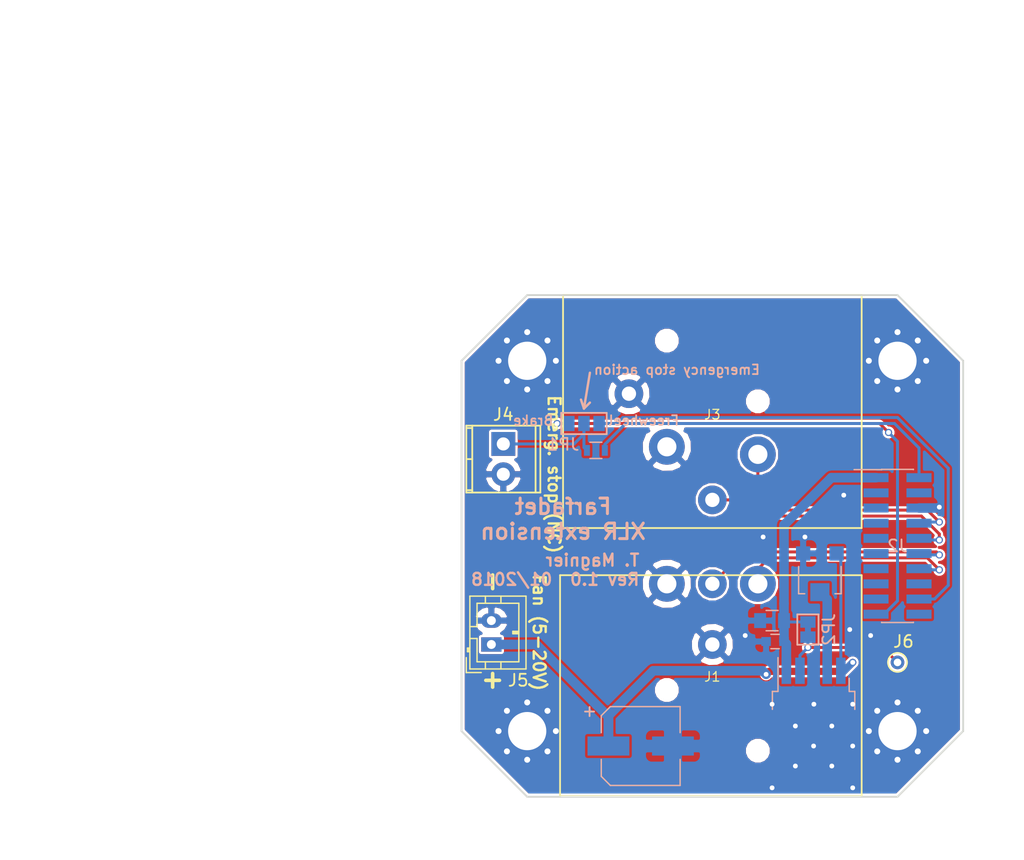
<source format=kicad_pcb>
(kicad_pcb (version 4) (host pcbnew 4.0.7)

  (general
    (links 38)
    (no_connects 0)
    (area 71.150001 53.8 157.100001 125.293887)
    (thickness 1.6)
    (drawings 36)
    (tracks 142)
    (zones 0)
    (modules 18)
    (nets 25)
  )

  (page A4)
  (title_block
    (title "Farfadet - XLR extension board")
    (date 2018-01-23)
    (rev 1.0)
    (company "Tom Magnier")
  )

  (layers
    (0 F.Cu signal)
    (31 B.Cu signal)
    (32 B.Adhes user)
    (33 F.Adhes user)
    (34 B.Paste user)
    (35 F.Paste user)
    (36 B.SilkS user)
    (37 F.SilkS user)
    (38 B.Mask user)
    (39 F.Mask user)
    (40 Dwgs.User user)
    (41 Cmts.User user)
    (42 Eco1.User user)
    (43 Eco2.User user)
    (44 Edge.Cuts user)
    (45 Margin user)
    (46 B.CrtYd user)
    (47 F.CrtYd user)
    (48 B.Fab user)
    (49 F.Fab user)
  )

  (setup
    (last_trace_width 0.25)
    (user_trace_width 0.4)
    (user_trace_width 0.6)
    (user_trace_width 0.8)
    (trace_clearance 0.2)
    (zone_clearance 0.2)
    (zone_45_only no)
    (trace_min 0.2)
    (segment_width 0.2)
    (edge_width 0.15)
    (via_size 0.6)
    (via_drill 0.4)
    (via_min_size 0.4)
    (via_min_drill 0.3)
    (uvia_size 0.3)
    (uvia_drill 0.1)
    (uvias_allowed no)
    (uvia_min_size 0.2)
    (uvia_min_drill 0.1)
    (pcb_text_width 0.3)
    (pcb_text_size 1.5 1.5)
    (mod_edge_width 0.15)
    (mod_text_size 1 1)
    (mod_text_width 0.15)
    (pad_size 3.5 1.6)
    (pad_drill 0)
    (pad_to_mask_clearance 0.07)
    (aux_axis_origin 110 120)
    (visible_elements FFFFFF7F)
    (pcbplotparams
      (layerselection 0x010fc_80000001)
      (usegerberextensions true)
      (excludeedgelayer false)
      (linewidth 0.100000)
      (plotframeref false)
      (viasonmask false)
      (mode 1)
      (useauxorigin true)
      (hpglpennumber 1)
      (hpglpenspeed 20)
      (hpglpendiameter 15)
      (hpglpenoverlay 2)
      (psnegative false)
      (psa4output false)
      (plotreference true)
      (plotvalue false)
      (plotinvisibletext false)
      (padsonsilk false)
      (subtractmaskfromsilk false)
      (outputformat 1)
      (mirror false)
      (drillshape 0)
      (scaleselection 1)
      (outputdirectory gerber))
  )

  (net 0 "")
  (net 1 GND)
  (net 2 /SWN_IN)
  (net 3 /SWP_IN)
  (net 4 VCC)
  (net 5 +3V3)
  (net 6 /~CS~/CFG3)
  (net 7 /SCK/CFG2)
  (net 8 /SDI/NAI/CFG1)
  (net 9 /SWN_OUT)
  (net 10 /SDO/NAO/CFG0)
  (net 11 /SWP_OUT)
  (net 12 /REFL)
  (net 13 /REFR)
  (net 14 /ENCN)
  (net 15 /SWSEL)
  (net 16 /ENCB/CFG4)
  (net 17 /~EN~/CFG6)
  (net 18 /ENCA/CFG5)
  (net 19 /SWP_EEPROM)
  (net 20 +12V)
  (net 21 /~CS~_EXT)
  (net 22 /E_STOP)
  (net 23 "Net-(J6-Pad1)")
  (net 24 "Net-(RV1-Pad2)")

  (net_class Default "Ceci est la Netclass par défaut"
    (clearance 0.2)
    (trace_width 0.25)
    (via_dia 0.6)
    (via_drill 0.4)
    (uvia_dia 0.3)
    (uvia_drill 0.1)
    (add_net +12V)
    (add_net +3V3)
    (add_net /ENCA/CFG5)
    (add_net /ENCB/CFG4)
    (add_net /ENCN)
    (add_net /E_STOP)
    (add_net /REFL)
    (add_net /REFR)
    (add_net /SCK/CFG2)
    (add_net /SDI/NAI/CFG1)
    (add_net /SDO/NAO/CFG0)
    (add_net /SWN_IN)
    (add_net /SWN_OUT)
    (add_net /SWP_EEPROM)
    (add_net /SWP_IN)
    (add_net /SWP_OUT)
    (add_net /SWSEL)
    (add_net /~CS~/CFG3)
    (add_net /~CS~_EXT)
    (add_net /~EN~/CFG6)
    (add_net GND)
    (add_net "Net-(J6-Pad1)")
    (add_net "Net-(RV1-Pad2)")
    (add_net VCC)
  )

  (module Capacitors_SMD:C_0805 (layer B.Cu) (tedit 5A6706B5) (tstamp 5A66FF98)
    (at 136 105.25 180)
    (descr "Capacitor SMD 0805, reflow soldering, AVX (see smccp.pdf)")
    (tags "capacitor 0805")
    (path /5A6701DD)
    (attr smd)
    (fp_text reference C3 (at 2.75 0.25 180) (layer B.SilkS) hide
      (effects (font (size 1 1) (thickness 0.15)) (justify mirror))
    )
    (fp_text value "1uF, 50V" (at 0 -1.75 180) (layer B.Fab) hide
      (effects (font (size 1 1) (thickness 0.15)) (justify mirror))
    )
    (fp_text user %R (at 2.75 0 180) (layer B.Fab)
      (effects (font (size 1 1) (thickness 0.15)) (justify mirror))
    )
    (fp_line (start -1 -0.62) (end -1 0.62) (layer B.Fab) (width 0.1))
    (fp_line (start 1 -0.62) (end -1 -0.62) (layer B.Fab) (width 0.1))
    (fp_line (start 1 0.62) (end 1 -0.62) (layer B.Fab) (width 0.1))
    (fp_line (start -1 0.62) (end 1 0.62) (layer B.Fab) (width 0.1))
    (fp_line (start 0.5 0.85) (end -0.5 0.85) (layer B.SilkS) (width 0.12))
    (fp_line (start -0.5 -0.85) (end 0.5 -0.85) (layer B.SilkS) (width 0.12))
    (fp_line (start -1.75 0.88) (end 1.75 0.88) (layer B.CrtYd) (width 0.05))
    (fp_line (start -1.75 0.88) (end -1.75 -0.87) (layer B.CrtYd) (width 0.05))
    (fp_line (start 1.75 -0.87) (end 1.75 0.88) (layer B.CrtYd) (width 0.05))
    (fp_line (start 1.75 -0.87) (end -1.75 -0.87) (layer B.CrtYd) (width 0.05))
    (pad 1 smd rect (at -1 0 180) (size 1 1.25) (layers B.Cu B.Paste B.Mask)
      (net 4 VCC))
    (pad 2 smd rect (at 1 0 180) (size 1 1.25) (layers B.Cu B.Paste B.Mask)
      (net 1 GND))
    (model Capacitors_SMD.3dshapes/C_0805.wrl
      (at (xyz 0 0 0))
      (scale (xyz 1 1 1))
      (rotate (xyz 0 0 0))
    )
  )

  (module Connectors:PINTST (layer F.Cu) (tedit 5A6705E4) (tstamp 5A66FFDD)
    (at 146.5 108.75)
    (descr "module 1 pin (ou trou mecanique de percage)")
    (tags DEV)
    (path /5A670BE5)
    (fp_text reference J6 (at 0.5 -1.75) (layer F.SilkS)
      (effects (font (size 1 1) (thickness 0.15)))
    )
    (fp_text value TEST_1P (at 0 1.6) (layer F.Fab) hide
      (effects (font (size 1 1) (thickness 0.15)))
    )
    (fp_circle (center 0 0) (end 1.1 0) (layer F.CrtYd) (width 0.05))
    (fp_circle (center 0 0) (end 0.4 0.6) (layer F.Fab) (width 0.1))
    (fp_circle (center 0 0) (end -0.254 -0.762) (layer F.SilkS) (width 0.12))
    (pad 1 thru_hole circle (at 0 0) (size 1.143 1.143) (drill 0.635) (layers *.Cu *.Mask)
      (net 23 "Net-(J6-Pad1)"))
    (model ${KISYS3DMOD}/Connectors.3dshapes/PINTST.wrl
      (at (xyz 0 0 0))
      (scale (xyz 1 1 1))
      (rotate (xyz 0 0 0))
    )
  )

  (module Capacitors_SMD:C_0603 (layer B.Cu) (tedit 5A6706D3) (tstamp 5A66FF8C)
    (at 136.25 107 180)
    (descr "Capacitor SMD 0603, reflow soldering, AVX (see smccp.pdf)")
    (tags "capacitor 0603")
    (path /5A4A814E)
    (attr smd)
    (fp_text reference C1 (at 2.75 0 180) (layer B.Fab)
      (effects (font (size 1 1) (thickness 0.15)) (justify mirror))
    )
    (fp_text value "0.1uF, 50V" (at 0 -1.5 180) (layer B.Fab) hide
      (effects (font (size 1 1) (thickness 0.15)) (justify mirror))
    )
    (fp_line (start 1.4 -0.65) (end -1.4 -0.65) (layer B.CrtYd) (width 0.05))
    (fp_line (start 1.4 -0.65) (end 1.4 0.65) (layer B.CrtYd) (width 0.05))
    (fp_line (start -1.4 0.65) (end -1.4 -0.65) (layer B.CrtYd) (width 0.05))
    (fp_line (start -1.4 0.65) (end 1.4 0.65) (layer B.CrtYd) (width 0.05))
    (fp_line (start 0.35 -0.6) (end -0.35 -0.6) (layer B.SilkS) (width 0.12))
    (fp_line (start -0.35 0.6) (end 0.35 0.6) (layer B.SilkS) (width 0.12))
    (fp_line (start -0.8 0.4) (end 0.8 0.4) (layer B.Fab) (width 0.1))
    (fp_line (start 0.8 0.4) (end 0.8 -0.4) (layer B.Fab) (width 0.1))
    (fp_line (start 0.8 -0.4) (end -0.8 -0.4) (layer B.Fab) (width 0.1))
    (fp_line (start -0.8 -0.4) (end -0.8 0.4) (layer B.Fab) (width 0.1))
    (fp_text user %R (at 0 0 180) (layer B.Fab)
      (effects (font (size 0.3 0.3) (thickness 0.075)) (justify mirror))
    )
    (pad 2 smd rect (at 0.75 0 180) (size 0.8 0.75) (layers B.Cu B.Paste B.Mask)
      (net 1 GND))
    (pad 1 smd rect (at -0.75 0 180) (size 0.8 0.75) (layers B.Cu B.Paste B.Mask)
      (net 4 VCC))
    (model Capacitors_SMD.3dshapes/C_0603.wrl
      (at (xyz 0 0 0))
      (scale (xyz 1 1 1))
      (rotate (xyz 0 0 0))
    )
  )

  (module Mounting_Holes:MountingHole_3.2mm_M3_Pad_Via (layer F.Cu) (tedit 5A6701D7) (tstamp 5A66FFCC)
    (at 146.5 83.5)
    (descr "Mounting Hole 3.2mm, M3")
    (tags "mounting hole 3.2mm m3")
    (path /5A4A6629)
    (zone_connect 2)
    (fp_text reference H4 (at 0 -4.2) (layer F.SilkS) hide
      (effects (font (size 1 1) (thickness 0.15)))
    )
    (fp_text value HOLE (at 0 4.2) (layer F.Fab) hide
      (effects (font (size 1 1) (thickness 0.15)))
    )
    (fp_circle (center 0 0) (end 3.2 0) (layer Cmts.User) (width 0.15))
    (fp_circle (center 0 0) (end 3.45 0) (layer F.CrtYd) (width 0.05))
    (pad 1 thru_hole circle (at 0 0) (size 6.4 6.4) (drill 3.2) (layers *.Cu *.Mask)
      (net 1 GND) (zone_connect 2))
    (pad "" thru_hole circle (at 2.4 0) (size 0.6 0.6) (drill 0.5) (layers *.Cu *.Mask)
      (zone_connect 2))
    (pad "" thru_hole circle (at 1.697056 1.697056) (size 0.6 0.6) (drill 0.5) (layers *.Cu *.Mask)
      (zone_connect 2))
    (pad "" thru_hole circle (at 0 2.4) (size 0.6 0.6) (drill 0.5) (layers *.Cu *.Mask)
      (zone_connect 2))
    (pad "" thru_hole circle (at -1.697056 1.697056) (size 0.6 0.6) (drill 0.5) (layers *.Cu *.Mask)
      (zone_connect 2))
    (pad "" thru_hole circle (at -2.4 0) (size 0.6 0.6) (drill 0.5) (layers *.Cu *.Mask)
      (zone_connect 2))
    (pad "" thru_hole circle (at -1.697056 -1.697056) (size 0.6 0.6) (drill 0.5) (layers *.Cu *.Mask)
      (zone_connect 2))
    (pad "" thru_hole circle (at 0 -2.4) (size 0.6 0.6) (drill 0.5) (layers *.Cu *.Mask)
      (zone_connect 2))
    (pad "" thru_hole circle (at 1.697056 -1.697056) (size 0.6 0.6) (drill 0.5) (layers *.Cu *.Mask)
      (zone_connect 2))
  )

  (module Resistors_SMD:R_0603 (layer B.Cu) (tedit 5A674E7D) (tstamp 5A66FFF0)
    (at 121.25 91 180)
    (descr "Resistor SMD 0603, reflow soldering, Vishay (see dcrcw.pdf)")
    (tags "resistor 0603")
    (path /5A4A6B8D)
    (attr smd)
    (fp_text reference R1 (at 0 -1.5 180) (layer B.Fab)
      (effects (font (size 1 1) (thickness 0.15)) (justify mirror))
    )
    (fp_text value 2.2k (at 0 -1.5 180) (layer B.Fab) hide
      (effects (font (size 1 1) (thickness 0.15)) (justify mirror))
    )
    (fp_text user %R (at 0 0 180) (layer B.Fab)
      (effects (font (size 0.4 0.4) (thickness 0.075)) (justify mirror))
    )
    (fp_line (start -0.8 -0.4) (end -0.8 0.4) (layer B.Fab) (width 0.1))
    (fp_line (start 0.8 -0.4) (end -0.8 -0.4) (layer B.Fab) (width 0.1))
    (fp_line (start 0.8 0.4) (end 0.8 -0.4) (layer B.Fab) (width 0.1))
    (fp_line (start -0.8 0.4) (end 0.8 0.4) (layer B.Fab) (width 0.1))
    (fp_line (start 0.5 -0.68) (end -0.5 -0.68) (layer B.SilkS) (width 0.12))
    (fp_line (start -0.5 0.68) (end 0.5 0.68) (layer B.SilkS) (width 0.12))
    (fp_line (start -1.25 0.7) (end 1.25 0.7) (layer B.CrtYd) (width 0.05))
    (fp_line (start -1.25 0.7) (end -1.25 -0.7) (layer B.CrtYd) (width 0.05))
    (fp_line (start 1.25 -0.7) (end 1.25 0.7) (layer B.CrtYd) (width 0.05))
    (fp_line (start 1.25 -0.7) (end -1.25 -0.7) (layer B.CrtYd) (width 0.05))
    (pad 1 smd rect (at -0.75 0 180) (size 0.5 0.9) (layers B.Cu B.Paste B.Mask)
      (net 5 +3V3))
    (pad 2 smd rect (at 0.75 0 180) (size 0.5 0.9) (layers B.Cu B.Paste B.Mask)
      (net 22 /E_STOP))
    (model ${KISYS3DMOD}/Resistors_SMD.3dshapes/R_0603.wrl
      (at (xyz 0 0 0))
      (scale (xyz 1 1 1))
      (rotate (xyz 0 0 0))
    )
  )

  (module Potentiometers:Potentiometer_Trimmer-EVM3E (layer B.Cu) (tedit 5A674E50) (tstamp 5A66FFF7)
    (at 140 101.25)
    (descr http://www.comkey.in/sites/default/files/attachments/EVM3ESX50B15.pdf)
    (tags "trimmer smd")
    (path /5A670DDA)
    (attr smd)
    (fp_text reference RV1 (at 0.25 -3.25) (layer B.Fab)
      (effects (font (size 1 1) (thickness 0.15)) (justify mirror))
    )
    (fp_text value 20k (at 0 3.79) (layer B.Fab) hide
      (effects (font (size 1 1) (thickness 0.15)) (justify mirror))
    )
    (fp_line (start 1.78 1.75) (end 1.78 -0.53) (layer B.SilkS) (width 0.12))
    (fp_line (start 1.27 1.75) (end 1.78 1.75) (layer B.SilkS) (width 0.12))
    (fp_line (start -1.78 1.75) (end -1.27 1.75) (layer B.SilkS) (width 0.12))
    (fp_line (start -1.78 -0.53) (end -1.78 1.75) (layer B.SilkS) (width 0.12))
    (fp_line (start 2.2 -2.45) (end -2.2 -2.45) (layer B.CrtYd) (width 0.05))
    (fp_line (start 2.2 2.6) (end 2.2 -2.45) (layer B.CrtYd) (width 0.05))
    (fp_line (start -2.2 2.6) (end 2.2 2.6) (layer B.CrtYd) (width 0.05))
    (fp_line (start -2.2 -2.45) (end -2.2 2.6) (layer B.CrtYd) (width 0.05))
    (fp_line (start 0.9 -1.38) (end 0.9 -1.73) (layer B.Fab) (width 0.1))
    (fp_line (start 1.55 -1.38) (end 0.9 -1.38) (layer B.Fab) (width 0.1))
    (fp_line (start -0.9 -1.32) (end -0.9 -1.73) (layer B.Fab) (width 0.1))
    (fp_line (start -1.55 -1.32) (end -0.9 -1.32) (layer B.Fab) (width 0.1))
    (fp_line (start -0.25 0.23) (end -0.25 0.97) (layer B.Fab) (width 0.1))
    (fp_line (start -1 0.23) (end -0.25 0.23) (layer B.Fab) (width 0.1))
    (fp_line (start -1 -0.28) (end -1 0.23) (layer B.Fab) (width 0.1))
    (fp_line (start -0.25 -0.28) (end -1 -0.28) (layer B.Fab) (width 0.1))
    (fp_line (start -0.25 -1.02) (end -0.25 -0.28) (layer B.Fab) (width 0.1))
    (fp_line (start 0.25 -1.02) (end -0.25 -1.02) (layer B.Fab) (width 0.1))
    (fp_line (start 0.25 -0.28) (end 0.25 -1.02) (layer B.Fab) (width 0.1))
    (fp_line (start 1 -0.28) (end 0.25 -0.28) (layer B.Fab) (width 0.1))
    (fp_line (start 1 0.23) (end 1 -0.28) (layer B.Fab) (width 0.1))
    (fp_line (start 0.25 0.23) (end 1 0.23) (layer B.Fab) (width 0.1))
    (fp_line (start 0.25 0.97) (end 0.25 0.23) (layer B.Fab) (width 0.1))
    (fp_line (start -0.25 0.97) (end 0.25 0.97) (layer B.Fab) (width 0.1))
    (fp_line (start -1.55 -1.73) (end -1.55 1.52) (layer B.Fab) (width 0.1))
    (fp_line (start 1.55 -1.73) (end -1.55 -1.73) (layer B.Fab) (width 0.1))
    (fp_line (start 1.55 1.52) (end 1.55 -1.73) (layer B.Fab) (width 0.1))
    (fp_line (start -1.55 1.52) (end 1.55 1.52) (layer B.Fab) (width 0.1))
    (fp_circle (center 0 -0.03) (end 0 0.23) (layer B.Fab) (width 0.1))
    (fp_circle (center 0 -0.03) (end 0 1.18) (layer B.Fab) (width 0.1))
    (fp_circle (center 0 -0.03) (end 0 1.52) (layer B.Fab) (width 0.1))
    (pad 1 smd rect (at -1.4 -1.62) (size 1.2 1.2) (layers B.Cu B.Paste B.Mask)
      (net 1 GND))
    (pad 3 smd rect (at 1.4 -1.62) (size 1.2 1.2) (layers B.Cu B.Paste B.Mask)
      (net 20 +12V))
    (pad 2 smd rect (at 0 1.62) (size 1.6 1.5) (layers B.Cu B.Paste B.Mask)
      (net 24 "Net-(RV1-Pad2)"))
  )

  (module Capacitors_SMD:CP_Elec_6.3x4.5 (layer B.Cu) (tedit 5A674E6A) (tstamp 5A66FF92)
    (at 125 115.75)
    (descr "SMT capacitor, aluminium electrolytic, 6.3x4.5")
    (path /5A4A8619)
    (attr smd)
    (fp_text reference C2 (at 0 0) (layer B.Fab)
      (effects (font (size 1 1) (thickness 0.15)) (justify mirror))
    )
    (fp_text value "22uF, 25V" (at 0 4.56) (layer B.Fab) hide
      (effects (font (size 1 1) (thickness 0.15)) (justify mirror))
    )
    (fp_circle (center 0 0) (end 0.9 -2.9) (layer B.Fab) (width 0.1))
    (fp_text user + (at -1.73 0.08) (layer B.Fab)
      (effects (font (size 1 1) (thickness 0.15)) (justify mirror))
    )
    (fp_text user + (at -4.28 -2.96) (layer B.SilkS)
      (effects (font (size 1 1) (thickness 0.15)) (justify mirror))
    )
    (fp_text user %R (at 0 0) (layer B.Fab)
      (effects (font (size 1 1) (thickness 0.15)) (justify mirror))
    )
    (fp_line (start 3.15 -3.15) (end 3.15 3.15) (layer B.Fab) (width 0.1))
    (fp_line (start -2.48 -3.15) (end 3.15 -3.15) (layer B.Fab) (width 0.1))
    (fp_line (start -3.15 -2.48) (end -2.48 -3.15) (layer B.Fab) (width 0.1))
    (fp_line (start -3.15 2.48) (end -3.15 -2.48) (layer B.Fab) (width 0.1))
    (fp_line (start -2.48 3.15) (end -3.15 2.48) (layer B.Fab) (width 0.1))
    (fp_line (start 3.15 3.15) (end -2.48 3.15) (layer B.Fab) (width 0.1))
    (fp_line (start 3.3 -3.3) (end 3.3 -1.12) (layer B.SilkS) (width 0.12))
    (fp_line (start 3.3 3.3) (end 3.3 1.12) (layer B.SilkS) (width 0.12))
    (fp_line (start -3.3 -2.54) (end -3.3 -1.12) (layer B.SilkS) (width 0.12))
    (fp_line (start -3.3 2.54) (end -3.3 1.12) (layer B.SilkS) (width 0.12))
    (fp_line (start 3.3 -3.3) (end -2.54 -3.3) (layer B.SilkS) (width 0.12))
    (fp_line (start -2.54 -3.3) (end -3.3 -2.54) (layer B.SilkS) (width 0.12))
    (fp_line (start -3.3 2.54) (end -2.54 3.3) (layer B.SilkS) (width 0.12))
    (fp_line (start -2.54 3.3) (end 3.3 3.3) (layer B.SilkS) (width 0.12))
    (fp_line (start -4.7 3.4) (end 4.7 3.4) (layer B.CrtYd) (width 0.05))
    (fp_line (start -4.7 3.4) (end -4.7 -3.4) (layer B.CrtYd) (width 0.05))
    (fp_line (start 4.7 -3.4) (end 4.7 3.4) (layer B.CrtYd) (width 0.05))
    (fp_line (start 4.7 -3.4) (end -4.7 -3.4) (layer B.CrtYd) (width 0.05))
    (pad 1 smd rect (at -2.7 0 180) (size 3.5 1.6) (layers B.Cu B.Paste B.Mask)
      (net 20 +12V))
    (pad 2 smd rect (at 2.7 0 180) (size 3.5 1.6) (layers B.Cu B.Paste B.Mask)
      (net 1 GND) (thermal_width 1.5))
    (model Capacitors_SMD.3dshapes/CP_Elec_6.3x4.5.wrl
      (at (xyz 0 0 0))
      (scale (xyz 1 1 1))
      (rotate (xyz 0 0 180))
    )
  )

  (module Connectors_Terminal_Blocks:TerminalBlock_Pheonix_MPT-2.54mm_2pol (layer F.Cu) (tedit 5A6705D3) (tstamp 5A66FFD2)
    (at 113.5 90.46 270)
    (descr "2-way 2.54mm pitch terminal block, Phoenix MPT series")
    (path /5A4A63F2)
    (fp_text reference J4 (at -2.46 0 360) (layer F.SilkS)
      (effects (font (size 1 1) (thickness 0.15)))
    )
    (fp_text value Conn_01x02 (at 1.27 4.50088 270) (layer F.Fab) hide
      (effects (font (size 1 1) (thickness 0.15)))
    )
    (fp_line (start -1.7 -3.3) (end 4.3 -3.3) (layer F.CrtYd) (width 0.05))
    (fp_line (start -1.7 3.3) (end -1.7 -3.3) (layer F.CrtYd) (width 0.05))
    (fp_line (start 4.3 3.3) (end -1.7 3.3) (layer F.CrtYd) (width 0.05))
    (fp_line (start 4.3 -3.3) (end 4.3 3.3) (layer F.CrtYd) (width 0.05))
    (fp_line (start 4.06908 2.60096) (end -1.52908 2.60096) (layer F.SilkS) (width 0.15))
    (fp_line (start -1.33096 3.0988) (end -1.33096 2.60096) (layer F.SilkS) (width 0.15))
    (fp_line (start 3.87096 2.60096) (end 3.87096 3.0988) (layer F.SilkS) (width 0.15))
    (fp_line (start 1.27 3.0988) (end 1.27 2.60096) (layer F.SilkS) (width 0.15))
    (fp_line (start -1.52908 -2.70002) (end 4.06908 -2.70002) (layer F.SilkS) (width 0.15))
    (fp_line (start -1.52908 3.0988) (end 4.06908 3.0988) (layer F.SilkS) (width 0.15))
    (fp_line (start 4.06908 3.0988) (end 4.06908 -3.0988) (layer F.SilkS) (width 0.15))
    (fp_line (start 4.06908 -3.0988) (end -1.52908 -3.0988) (layer F.SilkS) (width 0.15))
    (fp_line (start -1.52908 -3.0988) (end -1.52908 3.0988) (layer F.SilkS) (width 0.15))
    (pad 2 thru_hole oval (at 2.54 0 270) (size 1.99898 1.99898) (drill 1.09728) (layers *.Cu *.Mask)
      (net 1 GND))
    (pad 1 thru_hole rect (at 0 0 270) (size 1.99898 1.99898) (drill 1.09728) (layers *.Cu *.Mask)
      (net 22 /E_STOP))
    (model Terminal_Blocks.3dshapes/TerminalBlock_Pheonix_MPT-2.54mm_2pol.wrl
      (at (xyz 0.05 0 0))
      (scale (xyz 1 1 1))
      (rotate (xyz 0 0 0))
    )
  )

  (module Connectors_JST:JST_PH_B2B-PH-K_02x2.00mm_Straight (layer F.Cu) (tedit 5A6705CB) (tstamp 5A66FFD8)
    (at 112.5 107.25 90)
    (descr "JST PH series connector, B2B-PH-K, top entry type, through hole, Datasheet: http://www.jst-mfg.com/product/pdf/eng/ePH.pdf")
    (tags "connector jst ph")
    (path /5A4A8877)
    (fp_text reference J5 (at -3 2.25 180) (layer F.SilkS)
      (effects (font (size 1 1) (thickness 0.15)))
    )
    (fp_text value Conn_01x02 (at 1 3.8 90) (layer F.Fab) hide
      (effects (font (size 1 1) (thickness 0.15)))
    )
    (fp_line (start -2.05 -1.8) (end -2.05 2.9) (layer F.SilkS) (width 0.12))
    (fp_line (start -2.05 2.9) (end 4.05 2.9) (layer F.SilkS) (width 0.12))
    (fp_line (start 4.05 2.9) (end 4.05 -1.8) (layer F.SilkS) (width 0.12))
    (fp_line (start 4.05 -1.8) (end -2.05 -1.8) (layer F.SilkS) (width 0.12))
    (fp_line (start 0.5 -1.8) (end 0.5 -1.2) (layer F.SilkS) (width 0.12))
    (fp_line (start 0.5 -1.2) (end -1.45 -1.2) (layer F.SilkS) (width 0.12))
    (fp_line (start -1.45 -1.2) (end -1.45 2.3) (layer F.SilkS) (width 0.12))
    (fp_line (start -1.45 2.3) (end 3.45 2.3) (layer F.SilkS) (width 0.12))
    (fp_line (start 3.45 2.3) (end 3.45 -1.2) (layer F.SilkS) (width 0.12))
    (fp_line (start 3.45 -1.2) (end 1.5 -1.2) (layer F.SilkS) (width 0.12))
    (fp_line (start 1.5 -1.2) (end 1.5 -1.8) (layer F.SilkS) (width 0.12))
    (fp_line (start -2.05 -0.5) (end -1.45 -0.5) (layer F.SilkS) (width 0.12))
    (fp_line (start -2.05 0.8) (end -1.45 0.8) (layer F.SilkS) (width 0.12))
    (fp_line (start 4.05 -0.5) (end 3.45 -0.5) (layer F.SilkS) (width 0.12))
    (fp_line (start 4.05 0.8) (end 3.45 0.8) (layer F.SilkS) (width 0.12))
    (fp_line (start -0.3 -1.8) (end -0.3 -2) (layer F.SilkS) (width 0.12))
    (fp_line (start -0.3 -2) (end -0.6 -2) (layer F.SilkS) (width 0.12))
    (fp_line (start -0.6 -2) (end -0.6 -1.8) (layer F.SilkS) (width 0.12))
    (fp_line (start -0.3 -1.9) (end -0.6 -1.9) (layer F.SilkS) (width 0.12))
    (fp_line (start 0.9 2.3) (end 0.9 1.8) (layer F.SilkS) (width 0.12))
    (fp_line (start 0.9 1.8) (end 1.1 1.8) (layer F.SilkS) (width 0.12))
    (fp_line (start 1.1 1.8) (end 1.1 2.3) (layer F.SilkS) (width 0.12))
    (fp_line (start 1 2.3) (end 1 1.8) (layer F.SilkS) (width 0.12))
    (fp_line (start -1.1 -2.1) (end -2.35 -2.1) (layer F.SilkS) (width 0.12))
    (fp_line (start -2.35 -2.1) (end -2.35 -0.85) (layer F.SilkS) (width 0.12))
    (fp_line (start -1.1 -2.1) (end -2.35 -2.1) (layer F.Fab) (width 0.1))
    (fp_line (start -2.35 -2.1) (end -2.35 -0.85) (layer F.Fab) (width 0.1))
    (fp_line (start -1.95 -1.7) (end -1.95 2.8) (layer F.Fab) (width 0.1))
    (fp_line (start -1.95 2.8) (end 3.95 2.8) (layer F.Fab) (width 0.1))
    (fp_line (start 3.95 2.8) (end 3.95 -1.7) (layer F.Fab) (width 0.1))
    (fp_line (start 3.95 -1.7) (end -1.95 -1.7) (layer F.Fab) (width 0.1))
    (fp_line (start -2.45 -2.2) (end -2.45 3.3) (layer F.CrtYd) (width 0.05))
    (fp_line (start -2.45 3.3) (end 4.45 3.3) (layer F.CrtYd) (width 0.05))
    (fp_line (start 4.45 3.3) (end 4.45 -2.2) (layer F.CrtYd) (width 0.05))
    (fp_line (start 4.45 -2.2) (end -2.45 -2.2) (layer F.CrtYd) (width 0.05))
    (fp_text user %R (at 1 2 180) (layer F.Fab)
      (effects (font (size 1 1) (thickness 0.15)))
    )
    (pad 1 thru_hole rect (at 0 0 90) (size 1.2 1.7) (drill 0.75) (layers *.Cu *.Mask)
      (net 20 +12V))
    (pad 2 thru_hole oval (at 2 0 90) (size 1.2 1.7) (drill 0.75) (layers *.Cu *.Mask)
      (net 1 GND))
    (model ${KISYS3DMOD}/Connectors_JST.3dshapes/JST_PH_B2B-PH-K_02x2.00mm_Straight.wrl
      (at (xyz 0 0 0))
      (scale (xyz 1 1 1))
      (rotate (xyz 0 0 0))
    )
  )

  (module Mounting_Holes:MountingHole_3.2mm_M3_Pad_Via (layer F.Cu) (tedit 5A6701D1) (tstamp 5A66FFA5)
    (at 115.5 83.5)
    (descr "Mounting Hole 3.2mm, M3")
    (tags "mounting hole 3.2mm m3")
    (path /5A4A68FF)
    (zone_connect 2)
    (fp_text reference H1 (at 0 -4.2) (layer F.SilkS) hide
      (effects (font (size 1 1) (thickness 0.15)))
    )
    (fp_text value HOLE (at 0 4.2) (layer F.Fab) hide
      (effects (font (size 1 1) (thickness 0.15)))
    )
    (fp_circle (center 0 0) (end 3.2 0) (layer Cmts.User) (width 0.15))
    (fp_circle (center 0 0) (end 3.45 0) (layer F.CrtYd) (width 0.05))
    (pad 1 thru_hole circle (at 0 0) (size 6.4 6.4) (drill 3.2) (layers *.Cu *.Mask)
      (net 1 GND) (zone_connect 2))
    (pad "" thru_hole circle (at 2.4 0) (size 0.6 0.6) (drill 0.5) (layers *.Cu *.Mask)
      (zone_connect 2))
    (pad "" thru_hole circle (at 1.697056 1.697056) (size 0.6 0.6) (drill 0.5) (layers *.Cu *.Mask)
      (zone_connect 2))
    (pad "" thru_hole circle (at 0 2.4) (size 0.6 0.6) (drill 0.5) (layers *.Cu *.Mask)
      (zone_connect 2))
    (pad "" thru_hole circle (at -1.697056 1.697056) (size 0.6 0.6) (drill 0.5) (layers *.Cu *.Mask)
      (zone_connect 2))
    (pad "" thru_hole circle (at -2.4 0) (size 0.6 0.6) (drill 0.5) (layers *.Cu *.Mask)
      (zone_connect 2))
    (pad "" thru_hole circle (at -1.697056 -1.697056) (size 0.6 0.6) (drill 0.5) (layers *.Cu *.Mask)
      (zone_connect 2))
    (pad "" thru_hole circle (at 0 -2.4) (size 0.6 0.6) (drill 0.5) (layers *.Cu *.Mask)
      (zone_connect 2))
    (pad "" thru_hole circle (at 1.697056 -1.697056) (size 0.6 0.6) (drill 0.5) (layers *.Cu *.Mask)
      (zone_connect 2))
  )

  (module Mounting_Holes:MountingHole_3.2mm_M3_Pad_Via (layer F.Cu) (tedit 5A6701CC) (tstamp 5A66FFB2)
    (at 115.5 114.5)
    (descr "Mounting Hole 3.2mm, M3")
    (tags "mounting hole 3.2mm m3")
    (path /5A4A68F3)
    (zone_connect 2)
    (fp_text reference H2 (at 0 -4.2) (layer F.SilkS) hide
      (effects (font (size 1 1) (thickness 0.15)))
    )
    (fp_text value HOLE (at 0 4.2) (layer F.Fab) hide
      (effects (font (size 1 1) (thickness 0.15)))
    )
    (fp_circle (center 0 0) (end 3.2 0) (layer Cmts.User) (width 0.15))
    (fp_circle (center 0 0) (end 3.45 0) (layer F.CrtYd) (width 0.05))
    (pad 1 thru_hole circle (at 0 0) (size 6.4 6.4) (drill 3.2) (layers *.Cu *.Mask)
      (net 1 GND) (zone_connect 2))
    (pad "" thru_hole circle (at 2.4 0) (size 0.6 0.6) (drill 0.5) (layers *.Cu *.Mask)
      (zone_connect 2))
    (pad "" thru_hole circle (at 1.697056 1.697056) (size 0.6 0.6) (drill 0.5) (layers *.Cu *.Mask)
      (zone_connect 2))
    (pad "" thru_hole circle (at 0 2.4) (size 0.6 0.6) (drill 0.5) (layers *.Cu *.Mask)
      (zone_connect 2))
    (pad "" thru_hole circle (at -1.697056 1.697056) (size 0.6 0.6) (drill 0.5) (layers *.Cu *.Mask)
      (zone_connect 2))
    (pad "" thru_hole circle (at -2.4 0) (size 0.6 0.6) (drill 0.5) (layers *.Cu *.Mask)
      (zone_connect 2))
    (pad "" thru_hole circle (at -1.697056 -1.697056) (size 0.6 0.6) (drill 0.5) (layers *.Cu *.Mask)
      (zone_connect 2))
    (pad "" thru_hole circle (at 0 -2.4) (size 0.6 0.6) (drill 0.5) (layers *.Cu *.Mask)
      (zone_connect 2))
    (pad "" thru_hole circle (at 1.697056 -1.697056) (size 0.6 0.6) (drill 0.5) (layers *.Cu *.Mask)
      (zone_connect 2))
  )

  (module Mounting_Holes:MountingHole_3.2mm_M3_Pad_Via (layer F.Cu) (tedit 5A6701D3) (tstamp 5A66FFBF)
    (at 146.5 114.5)
    (descr "Mounting Hole 3.2mm, M3")
    (tags "mounting hole 3.2mm m3")
    (path /5A4A6887)
    (zone_connect 2)
    (fp_text reference H3 (at 0 -4.2) (layer F.SilkS) hide
      (effects (font (size 1 1) (thickness 0.15)))
    )
    (fp_text value HOLE (at 0 4.2) (layer F.Fab) hide
      (effects (font (size 1 1) (thickness 0.15)))
    )
    (fp_circle (center 0 0) (end 3.2 0) (layer Cmts.User) (width 0.15))
    (fp_circle (center 0 0) (end 3.45 0) (layer F.CrtYd) (width 0.05))
    (pad 1 thru_hole circle (at 0 0) (size 6.4 6.4) (drill 3.2) (layers *.Cu *.Mask)
      (net 1 GND) (zone_connect 2))
    (pad "" thru_hole circle (at 2.4 0) (size 0.6 0.6) (drill 0.5) (layers *.Cu *.Mask)
      (zone_connect 2))
    (pad "" thru_hole circle (at 1.697056 1.697056) (size 0.6 0.6) (drill 0.5) (layers *.Cu *.Mask)
      (zone_connect 2))
    (pad "" thru_hole circle (at 0 2.4) (size 0.6 0.6) (drill 0.5) (layers *.Cu *.Mask)
      (zone_connect 2))
    (pad "" thru_hole circle (at -1.697056 1.697056) (size 0.6 0.6) (drill 0.5) (layers *.Cu *.Mask)
      (zone_connect 2))
    (pad "" thru_hole circle (at -2.4 0) (size 0.6 0.6) (drill 0.5) (layers *.Cu *.Mask)
      (zone_connect 2))
    (pad "" thru_hole circle (at -1.697056 -1.697056) (size 0.6 0.6) (drill 0.5) (layers *.Cu *.Mask)
      (zone_connect 2))
    (pad "" thru_hole circle (at 0 -2.4) (size 0.6 0.6) (drill 0.5) (layers *.Cu *.Mask)
      (zone_connect 2))
    (pad "" thru_hole circle (at 1.697056 -1.697056) (size 0.6 0.6) (drill 0.5) (layers *.Cu *.Mask)
      (zone_connect 2))
  )

  (module tom_kicad_lib:Solder_Jumper_3_open (layer B.Cu) (tedit 5A6705D5) (tstamp 5A66FFE4)
    (at 120.25 88.75 270)
    (descr "Pontet Goute de soudure")
    (path /5A4A785B)
    (solder_mask_margin 0.16)
    (attr virtual)
    (fp_text reference JP1 (at 1.75 1.75 540) (layer B.SilkS)
      (effects (font (size 1 1) (thickness 0.15)) (justify mirror))
    )
    (fp_text value Jumper_NC_Dual (at 1.524 0 540) (layer B.Fab) hide
      (effects (font (size 1 1) (thickness 0.15)) (justify mirror))
    )
    (fp_line (start -0.889 1.905) (end -0.889 -1.905) (layer B.SilkS) (width 0.15))
    (fp_line (start -0.889 -1.905) (end 0.889 -1.905) (layer B.SilkS) (width 0.15))
    (fp_line (start 0.889 -1.905) (end 0.889 1.905) (layer B.SilkS) (width 0.15))
    (fp_line (start -0.889 1.905) (end 0.889 1.905) (layer B.SilkS) (width 0.15))
    (pad 1 smd rect (at 0 1.27 270) (size 1.27 0.9652) (layers B.Cu B.Mask)
      (net 18 /ENCA/CFG5))
    (pad 2 smd rect (at 0 0 270) (size 1.27 0.9652) (layers B.Cu B.Mask)
      (net 22 /E_STOP))
    (pad 3 smd rect (at 0 -1.27 270) (size 1.27 0.9652) (layers B.Cu B.Mask)
      (net 17 /~EN~/CFG6))
  )

  (module tom_kicad_lib:Solder_Jumper_2_conn (layer B.Cu) (tedit 5A6705D8) (tstamp 5A66FFEA)
    (at 139 106 180)
    (descr "Pontet Goute de soudure")
    (path /5A670979)
    (solder_mask_margin 0.16)
    (attr virtual)
    (fp_text reference JP2 (at -1.75 0 450) (layer B.SilkS)
      (effects (font (size 1 1) (thickness 0.15)) (justify mirror))
    )
    (fp_text value Jumper_NC_Small (at 1.524 0 450) (layer B.Fab) hide
      (effects (font (size 1 1) (thickness 0.15)) (justify mirror))
    )
    (fp_line (start 0 0.4) (end 0 -0.4) (layer B.Cu) (width 0.5))
    (fp_line (start -0.889 1.27) (end -0.889 -1.27) (layer B.SilkS) (width 0.15))
    (fp_line (start 0.889 -1.27) (end 0.889 1.27) (layer B.SilkS) (width 0.15))
    (fp_line (start 0.889 -1.27) (end -0.889 -1.27) (layer B.SilkS) (width 0.15))
    (fp_line (start -0.889 1.27) (end 0.889 1.27) (layer B.SilkS) (width 0.15))
    (pad 1 smd rect (at 0 0.635 180) (size 1.27 0.9652) (layers B.Cu B.Mask)
      (net 4 VCC))
    (pad 2 smd rect (at 0 -0.635 180) (size 1.27 0.9652) (layers B.Cu B.Mask)
      (net 23 "Net-(J6-Pad1)"))
  )

  (module Socket_Strips:Socket_Strip_Straight_2x10_Pitch1.27mm_SMD (layer B.Cu) (tedit 59D74960) (tstamp 59D748D7)
    (at 146.5 99 180)
    (descr "surface-mounted straight socket strip, 2x10, 1.27mm pitch, double rows")
    (tags "Surface mounted socket strip SMD 2x10 1.27mm double row")
    (path /59D73FA4)
    (attr smd)
    (fp_text reference J2 (at 0 0 180) (layer B.SilkS)
      (effects (font (size 1 1) (thickness 0.15)) (justify mirror))
    )
    (fp_text value Conn_02x10_Odd_Even (at 0 -7.41 180) (layer B.Fab) hide
      (effects (font (size 1 1) (thickness 0.15)) (justify mirror))
    )
    (fp_line (start -1.27 6.35) (end -1.27 -6.35) (layer B.Fab) (width 0.1))
    (fp_line (start -1.27 -6.35) (end 1.27 -6.35) (layer B.Fab) (width 0.1))
    (fp_line (start 1.27 -6.35) (end 1.27 6.35) (layer B.Fab) (width 0.1))
    (fp_line (start 1.27 6.35) (end -1.27 6.35) (layer B.Fab) (width 0.1))
    (fp_line (start -1.27 5.915) (end -1.27 5.515) (layer B.Fab) (width 0.1))
    (fp_line (start -1.27 5.515) (end -2.555 5.515) (layer B.Fab) (width 0.1))
    (fp_line (start -2.555 5.515) (end -2.555 5.915) (layer B.Fab) (width 0.1))
    (fp_line (start -2.555 5.915) (end -1.27 5.915) (layer B.Fab) (width 0.1))
    (fp_line (start 1.27 5.915) (end 1.27 5.515) (layer B.Fab) (width 0.1))
    (fp_line (start 1.27 5.515) (end 2.555 5.515) (layer B.Fab) (width 0.1))
    (fp_line (start 2.555 5.515) (end 2.555 5.915) (layer B.Fab) (width 0.1))
    (fp_line (start 2.555 5.915) (end 1.27 5.915) (layer B.Fab) (width 0.1))
    (fp_line (start -1.27 4.645) (end -1.27 4.245) (layer B.Fab) (width 0.1))
    (fp_line (start -1.27 4.245) (end -2.555 4.245) (layer B.Fab) (width 0.1))
    (fp_line (start -2.555 4.245) (end -2.555 4.645) (layer B.Fab) (width 0.1))
    (fp_line (start -2.555 4.645) (end -1.27 4.645) (layer B.Fab) (width 0.1))
    (fp_line (start 1.27 4.645) (end 1.27 4.245) (layer B.Fab) (width 0.1))
    (fp_line (start 1.27 4.245) (end 2.555 4.245) (layer B.Fab) (width 0.1))
    (fp_line (start 2.555 4.245) (end 2.555 4.645) (layer B.Fab) (width 0.1))
    (fp_line (start 2.555 4.645) (end 1.27 4.645) (layer B.Fab) (width 0.1))
    (fp_line (start -1.27 3.375) (end -1.27 2.975) (layer B.Fab) (width 0.1))
    (fp_line (start -1.27 2.975) (end -2.555 2.975) (layer B.Fab) (width 0.1))
    (fp_line (start -2.555 2.975) (end -2.555 3.375) (layer B.Fab) (width 0.1))
    (fp_line (start -2.555 3.375) (end -1.27 3.375) (layer B.Fab) (width 0.1))
    (fp_line (start 1.27 3.375) (end 1.27 2.975) (layer B.Fab) (width 0.1))
    (fp_line (start 1.27 2.975) (end 2.555 2.975) (layer B.Fab) (width 0.1))
    (fp_line (start 2.555 2.975) (end 2.555 3.375) (layer B.Fab) (width 0.1))
    (fp_line (start 2.555 3.375) (end 1.27 3.375) (layer B.Fab) (width 0.1))
    (fp_line (start -1.27 2.105) (end -1.27 1.705) (layer B.Fab) (width 0.1))
    (fp_line (start -1.27 1.705) (end -2.555 1.705) (layer B.Fab) (width 0.1))
    (fp_line (start -2.555 1.705) (end -2.555 2.105) (layer B.Fab) (width 0.1))
    (fp_line (start -2.555 2.105) (end -1.27 2.105) (layer B.Fab) (width 0.1))
    (fp_line (start 1.27 2.105) (end 1.27 1.705) (layer B.Fab) (width 0.1))
    (fp_line (start 1.27 1.705) (end 2.555 1.705) (layer B.Fab) (width 0.1))
    (fp_line (start 2.555 1.705) (end 2.555 2.105) (layer B.Fab) (width 0.1))
    (fp_line (start 2.555 2.105) (end 1.27 2.105) (layer B.Fab) (width 0.1))
    (fp_line (start -1.27 0.835) (end -1.27 0.435) (layer B.Fab) (width 0.1))
    (fp_line (start -1.27 0.435) (end -2.555 0.435) (layer B.Fab) (width 0.1))
    (fp_line (start -2.555 0.435) (end -2.555 0.835) (layer B.Fab) (width 0.1))
    (fp_line (start -2.555 0.835) (end -1.27 0.835) (layer B.Fab) (width 0.1))
    (fp_line (start 1.27 0.835) (end 1.27 0.435) (layer B.Fab) (width 0.1))
    (fp_line (start 1.27 0.435) (end 2.555 0.435) (layer B.Fab) (width 0.1))
    (fp_line (start 2.555 0.435) (end 2.555 0.835) (layer B.Fab) (width 0.1))
    (fp_line (start 2.555 0.835) (end 1.27 0.835) (layer B.Fab) (width 0.1))
    (fp_line (start -1.27 -0.435) (end -1.27 -0.835) (layer B.Fab) (width 0.1))
    (fp_line (start -1.27 -0.835) (end -2.555 -0.835) (layer B.Fab) (width 0.1))
    (fp_line (start -2.555 -0.835) (end -2.555 -0.435) (layer B.Fab) (width 0.1))
    (fp_line (start -2.555 -0.435) (end -1.27 -0.435) (layer B.Fab) (width 0.1))
    (fp_line (start 1.27 -0.435) (end 1.27 -0.835) (layer B.Fab) (width 0.1))
    (fp_line (start 1.27 -0.835) (end 2.555 -0.835) (layer B.Fab) (width 0.1))
    (fp_line (start 2.555 -0.835) (end 2.555 -0.435) (layer B.Fab) (width 0.1))
    (fp_line (start 2.555 -0.435) (end 1.27 -0.435) (layer B.Fab) (width 0.1))
    (fp_line (start -1.27 -1.705) (end -1.27 -2.105) (layer B.Fab) (width 0.1))
    (fp_line (start -1.27 -2.105) (end -2.555 -2.105) (layer B.Fab) (width 0.1))
    (fp_line (start -2.555 -2.105) (end -2.555 -1.705) (layer B.Fab) (width 0.1))
    (fp_line (start -2.555 -1.705) (end -1.27 -1.705) (layer B.Fab) (width 0.1))
    (fp_line (start 1.27 -1.705) (end 1.27 -2.105) (layer B.Fab) (width 0.1))
    (fp_line (start 1.27 -2.105) (end 2.555 -2.105) (layer B.Fab) (width 0.1))
    (fp_line (start 2.555 -2.105) (end 2.555 -1.705) (layer B.Fab) (width 0.1))
    (fp_line (start 2.555 -1.705) (end 1.27 -1.705) (layer B.Fab) (width 0.1))
    (fp_line (start -1.27 -2.975) (end -1.27 -3.375) (layer B.Fab) (width 0.1))
    (fp_line (start -1.27 -3.375) (end -2.555 -3.375) (layer B.Fab) (width 0.1))
    (fp_line (start -2.555 -3.375) (end -2.555 -2.975) (layer B.Fab) (width 0.1))
    (fp_line (start -2.555 -2.975) (end -1.27 -2.975) (layer B.Fab) (width 0.1))
    (fp_line (start 1.27 -2.975) (end 1.27 -3.375) (layer B.Fab) (width 0.1))
    (fp_line (start 1.27 -3.375) (end 2.555 -3.375) (layer B.Fab) (width 0.1))
    (fp_line (start 2.555 -3.375) (end 2.555 -2.975) (layer B.Fab) (width 0.1))
    (fp_line (start 2.555 -2.975) (end 1.27 -2.975) (layer B.Fab) (width 0.1))
    (fp_line (start -1.27 -4.245) (end -1.27 -4.645) (layer B.Fab) (width 0.1))
    (fp_line (start -1.27 -4.645) (end -2.555 -4.645) (layer B.Fab) (width 0.1))
    (fp_line (start -2.555 -4.645) (end -2.555 -4.245) (layer B.Fab) (width 0.1))
    (fp_line (start -2.555 -4.245) (end -1.27 -4.245) (layer B.Fab) (width 0.1))
    (fp_line (start 1.27 -4.245) (end 1.27 -4.645) (layer B.Fab) (width 0.1))
    (fp_line (start 1.27 -4.645) (end 2.555 -4.645) (layer B.Fab) (width 0.1))
    (fp_line (start 2.555 -4.645) (end 2.555 -4.245) (layer B.Fab) (width 0.1))
    (fp_line (start 2.555 -4.245) (end 1.27 -4.245) (layer B.Fab) (width 0.1))
    (fp_line (start -1.27 -5.515) (end -1.27 -5.915) (layer B.Fab) (width 0.1))
    (fp_line (start -1.27 -5.915) (end -2.555 -5.915) (layer B.Fab) (width 0.1))
    (fp_line (start -2.555 -5.915) (end -2.555 -5.515) (layer B.Fab) (width 0.1))
    (fp_line (start -2.555 -5.515) (end -1.27 -5.515) (layer B.Fab) (width 0.1))
    (fp_line (start 1.27 -5.515) (end 1.27 -5.915) (layer B.Fab) (width 0.1))
    (fp_line (start 1.27 -5.915) (end 2.555 -5.915) (layer B.Fab) (width 0.1))
    (fp_line (start 2.555 -5.915) (end 2.555 -5.515) (layer B.Fab) (width 0.1))
    (fp_line (start 2.555 -5.515) (end 1.27 -5.515) (layer B.Fab) (width 0.1))
    (fp_line (start -1.33 6.39) (end -1.33 6.41) (layer B.SilkS) (width 0.12))
    (fp_line (start -1.33 6.41) (end 1.33 6.41) (layer B.SilkS) (width 0.12))
    (fp_line (start 1.33 6.41) (end 1.33 6.39) (layer B.SilkS) (width 0.12))
    (fp_line (start -1.33 -6.39) (end -1.33 -6.41) (layer B.SilkS) (width 0.12))
    (fp_line (start -1.33 -6.41) (end 1.33 -6.41) (layer B.SilkS) (width 0.12))
    (fp_line (start 1.33 -6.41) (end 1.33 -6.39) (layer B.SilkS) (width 0.12))
    (fp_line (start 3.635 6.39) (end 1.33 6.39) (layer B.SilkS) (width 0.12))
    (fp_line (start -4.15 6.85) (end -4.15 -6.85) (layer B.CrtYd) (width 0.05))
    (fp_line (start -4.15 -6.85) (end 4.15 -6.85) (layer B.CrtYd) (width 0.05))
    (fp_line (start 4.15 -6.85) (end 4.15 6.85) (layer B.CrtYd) (width 0.05))
    (fp_line (start 4.15 6.85) (end -4.15 6.85) (layer B.CrtYd) (width 0.05))
    (fp_text user %R (at 0 0 180) (layer B.Fab)
      (effects (font (size 1 1) (thickness 0.15)) (justify mirror))
    )
    (pad 1 smd rect (at 1.8 5.715 180) (size 2.1 0.75) (layers B.Cu B.Paste B.Mask)
      (net 4 VCC))
    (pad 2 smd rect (at -1.8 5.715 180) (size 2.1 0.75) (layers B.Cu B.Paste B.Mask)
      (net 5 +3V3))
    (pad 3 smd rect (at 1.8 4.445 180) (size 2.1 0.75) (layers B.Cu B.Paste B.Mask)
      (net 6 /~CS~/CFG3))
    (pad 4 smd rect (at -1.8 4.445 180) (size 2.1 0.75) (layers B.Cu B.Paste B.Mask)
      (net 15 /SWSEL))
    (pad 5 smd rect (at 1.8 3.175 180) (size 2.1 0.75) (layers B.Cu B.Paste B.Mask)
      (net 7 /SCK/CFG2))
    (pad 6 smd rect (at -1.8 3.175 180) (size 2.1 0.75) (layers B.Cu B.Paste B.Mask)
      (net 1 GND))
    (pad 7 smd rect (at 1.8 1.905 180) (size 2.1 0.75) (layers B.Cu B.Paste B.Mask)
      (net 8 /SDI/NAI/CFG1))
    (pad 8 smd rect (at -1.8 1.905 180) (size 2.1 0.75) (layers B.Cu B.Paste B.Mask)
      (net 9 /SWN_OUT))
    (pad 9 smd rect (at 1.8 0.635 180) (size 2.1 0.75) (layers B.Cu B.Paste B.Mask)
      (net 10 /SDO/NAO/CFG0))
    (pad 10 smd rect (at -1.8 0.635 180) (size 2.1 0.75) (layers B.Cu B.Paste B.Mask)
      (net 11 /SWP_OUT))
    (pad 11 smd rect (at 1.8 -0.635 180) (size 2.1 0.75) (layers B.Cu B.Paste B.Mask)
      (net 12 /REFL))
    (pad 12 smd rect (at -1.8 -0.635 180) (size 2.1 0.75) (layers B.Cu B.Paste B.Mask)
      (net 3 /SWP_IN))
    (pad 13 smd rect (at 1.8 -1.905 180) (size 2.1 0.75) (layers B.Cu B.Paste B.Mask)
      (net 13 /REFR))
    (pad 14 smd rect (at -1.8 -1.905 180) (size 2.1 0.75) (layers B.Cu B.Paste B.Mask)
      (net 2 /SWN_IN))
    (pad 15 smd rect (at 1.8 -3.175 180) (size 2.1 0.75) (layers B.Cu B.Paste B.Mask)
      (net 14 /ENCN))
    (pad 16 smd rect (at -1.8 -3.175 180) (size 2.1 0.75) (layers B.Cu B.Paste B.Mask)
      (net 21 /~CS~_EXT))
    (pad 17 smd rect (at 1.8 -4.445 180) (size 2.1 0.75) (layers B.Cu B.Paste B.Mask)
      (net 16 /ENCB/CFG4))
    (pad 18 smd rect (at -1.8 -4.445 180) (size 2.1 0.75) (layers B.Cu B.Paste B.Mask)
      (net 17 /~EN~/CFG6))
    (pad 19 smd rect (at 1.8 -5.715 180) (size 2.1 0.75) (layers B.Cu B.Paste B.Mask)
      (net 18 /ENCA/CFG5))
    (pad 20 smd rect (at -1.8 -5.715 180) (size 2.1 0.75) (layers B.Cu B.Paste B.Mask)
      (net 19 /SWP_EEPROM))
    (model ${KISYS3DMOD}/Socket_Strips.3dshapes/Socket_Strip_Straight_2x10_Pitch1.27mm_SMD.wrl
      (at (xyz 0 0 0))
      (scale (xyz 1 1 1))
      (rotate (xyz 0 0 0))
    )
  )

  (module tom_kicad_lib:Neutrik_XLR_NC3MAAH (layer F.Cu) (tedit 5A6705C0) (tstamp 59D748BF)
    (at 131 110.7 180)
    (descr "PCB mount horizontal 3-pin XLR connector with separate ground connection.")
    (path /59D74336)
    (fp_text reference J1 (at 0 0.75 180) (layer F.SilkS)
      (effects (font (size 0.8 0.8) (thickness 0.1)))
    )
    (fp_text value "XLR NC3MAAH" (at 0 1.25 180) (layer F.Fab) hide
      (effects (font (size 0.8 0.8) (thickness 0.1)))
    )
    (fp_line (start -12.5 9.25) (end -12.5 -9.25) (layer F.SilkS) (width 0.15))
    (fp_line (start 12.75 9.25) (end -12.5 9.25) (layer F.SilkS) (width 0.15))
    (fp_line (start 12.75 -9.25) (end 12.75 9.25) (layer F.SilkS) (width 0.15))
    (fp_line (start -12.5 -9.25) (end 12.75 -9.25) (layer F.SilkS) (width 0.15))
    (fp_line (start 12.75 -9.25) (end 11 -9.25) (layer F.Fab) (width 0.15))
    (fp_line (start 12.75 9.25) (end 12.75 -9.25) (layer F.Fab) (width 0.15))
    (fp_line (start -12.5 9.25) (end 12.75 9.25) (layer F.Fab) (width 0.15))
    (fp_line (start -12.5 -9.25) (end -12.5 9.25) (layer F.Fab) (width 0.15))
    (fp_line (start -11 -9.25) (end -12.5 -9.25) (layer F.Fab) (width 0.15))
    (fp_line (start 11 -9.25) (end -11 -9.25) (layer F.Fab) (width 0.15))
    (fp_line (start 11 -12) (end 11 -9.25) (layer F.Fab) (width 0.15))
    (fp_line (start -11 -12) (end 11 -12) (layer F.Fab) (width 0.15))
    (fp_line (start -11 -9.25) (end -11 -12) (layer F.Fab) (width 0.15))
    (fp_text user %R (at 0 -0.25 180) (layer F.Fab)
      (effects (font (size 0.8 0.8) (thickness 0.1)))
    )
    (pad "" np_thru_hole circle (at -3.81 -5.44 180) (size 1.6 1.6) (drill 1.6) (layers *.Cu *.Mask))
    (pad "" np_thru_hole circle (at 3.81 -0.36 180) (size 1.6 1.6) (drill 1.6) (layers *.Cu *.Mask))
    (pad 1 thru_hole circle (at 3.81 8.53 180) (size 3 3) (drill 1.6) (layers *.Cu *.Mask)
      (net 1 GND))
    (pad 2 thru_hole circle (at -3.81 8.53 180) (size 3 3) (drill 1.6) (layers *.Cu *.Mask)
      (net 2 /SWN_IN))
    (pad 3 thru_hole circle (at 0 8.53 180) (size 2.4 2.4) (drill 1.2) (layers *.Cu *.Mask)
      (net 3 /SWP_IN))
    (pad 4 thru_hole circle (at 0 3.45 180) (size 2.4 2.4) (drill 1.2) (layers *.Cu *.Mask)
      (net 1 GND))
    (model /home/tom/Dropbox/kicad/3d/D-NC3MAAH.wrl
      (at (xyz 0 0 0))
      (scale (xyz 1 1 1))
      (rotate (xyz 0 0 0))
    )
  )

  (module tom_kicad_lib:Neutrik_XLR_NC3FAAH2 (layer F.Cu) (tedit 5A6705C6) (tstamp 59D756DB)
    (at 131 87.75)
    (descr "PCB mount horizontal 3-pin XLR connector with separate ground connection.")
    (path /59D744FE)
    (fp_text reference J3 (at 0 0.25) (layer F.SilkS)
      (effects (font (size 0.8 0.8) (thickness 0.1)))
    )
    (fp_text value "XLR NC3FAAH2" (at 0 0.75) (layer F.Fab) hide
      (effects (font (size 0.8 0.8) (thickness 0.1)))
    )
    (fp_line (start -12.5 9.75) (end -12.5 -9.75) (layer F.SilkS) (width 0.15))
    (fp_line (start 12.5 9.75) (end -12.5 9.75) (layer F.SilkS) (width 0.15))
    (fp_line (start 12.5 -9.75) (end 12.5 9.75) (layer F.SilkS) (width 0.15))
    (fp_line (start -12.5 -9.75) (end 12.5 -9.75) (layer F.SilkS) (width 0.15))
    (fp_line (start 12.5 -9.75) (end 11 -9.75) (layer F.Fab) (width 0.15))
    (fp_line (start 12.5 9.75) (end 12.5 -9.75) (layer F.Fab) (width 0.15))
    (fp_line (start -12.5 9.75) (end 12.5 9.75) (layer F.Fab) (width 0.15))
    (fp_line (start -12.5 -9.75) (end -12.5 9.75) (layer F.Fab) (width 0.15))
    (fp_line (start -11 -9.75) (end -12.5 -9.75) (layer F.Fab) (width 0.15))
    (fp_line (start 11 -9.75) (end -11 -9.75) (layer F.Fab) (width 0.15))
    (fp_line (start 11 -12.5) (end 11 -9.75) (layer F.Fab) (width 0.15))
    (fp_line (start -11 -12.5) (end 11 -12.5) (layer F.Fab) (width 0.15))
    (fp_line (start -11 -9.75) (end -11 -12.5) (layer F.Fab) (width 0.15))
    (fp_text user %R (at 0 -0.75) (layer F.Fab)
      (effects (font (size 0.8 0.8) (thickness 0.1)))
    )
    (pad "" np_thru_hole circle (at -3.81 -5.94) (size 1.6 1.6) (drill 1.6) (layers *.Cu *.Mask))
    (pad "" np_thru_hole circle (at 3.81 -0.86) (size 1.6 1.6) (drill 1.6) (layers *.Cu *.Mask))
    (pad 1 thru_hole circle (at -3.81 2.95) (size 3 3) (drill 1.6) (layers *.Cu *.Mask)
      (net 1 GND))
    (pad 2 thru_hole circle (at 3.81 3.585) (size 3 3) (drill 1.6) (layers *.Cu *.Mask)
      (net 9 /SWN_OUT))
    (pad 3 thru_hole circle (at 0 7.395) (size 2.4 2.4) (drill 1.2) (layers *.Cu *.Mask)
      (net 11 /SWP_OUT))
    (pad 4 thru_hole circle (at -6.985 -1.495) (size 2.4 2.4) (drill 1.2) (layers *.Cu *.Mask)
      (net 1 GND))
    (model /home/tom/Dropbox/kicad/3d/D-NC3FAAH2.wrl
      (at (xyz 0 0 0))
      (scale (xyz 1 1 1))
      (rotate (xyz 0 0 0))
    )
  )

  (module TO_SOT_Packages_SMD:TO-252-4 (layer B.Cu) (tedit 5A674E5F) (tstamp 5A670691)
    (at 139.475 113.65 270)
    (descr "TO-252 / DPAK SMD package, http://www.infineon.com/cms/en/product/packages/PG-TO252/PG-TO252-5-11/")
    (tags "DPAK TO-252 DPAK-5 TO-252-5")
    (path /5A67011E)
    (attr smd)
    (fp_text reference U1 (at 0 4.5 270) (layer B.SilkS) hide
      (effects (font (size 1 1) (thickness 0.15)) (justify mirror))
    )
    (fp_text value NCV4276BDTADJRKG (at 0 -4.5 270) (layer B.Fab) hide
      (effects (font (size 1 1) (thickness 0.15)) (justify mirror))
    )
    (fp_line (start 3.95 2.7) (end 4.95 2.7) (layer B.Fab) (width 0.1))
    (fp_line (start 4.95 2.7) (end 4.95 -2.7) (layer B.Fab) (width 0.1))
    (fp_line (start 4.95 -2.7) (end 3.95 -2.7) (layer B.Fab) (width 0.1))
    (fp_line (start 3.95 3.25) (end 3.95 -3.25) (layer B.Fab) (width 0.1))
    (fp_line (start 3.95 -3.25) (end -2.27 -3.25) (layer B.Fab) (width 0.1))
    (fp_line (start -2.27 -3.25) (end -2.27 2.25) (layer B.Fab) (width 0.1))
    (fp_line (start -2.27 2.25) (end -1.27 3.25) (layer B.Fab) (width 0.1))
    (fp_line (start -1.27 3.25) (end 3.95 3.25) (layer B.Fab) (width 0.1))
    (fp_line (start -1.94 2.58) (end -4.97 2.58) (layer B.Fab) (width 0.1))
    (fp_line (start -4.97 2.58) (end -4.97 1.98) (layer B.Fab) (width 0.1))
    (fp_line (start -4.97 1.98) (end -2.27 1.98) (layer B.Fab) (width 0.1))
    (fp_line (start -2.27 1.44) (end -4.97 1.44) (layer B.Fab) (width 0.1))
    (fp_line (start -4.97 1.44) (end -4.97 0.84) (layer B.Fab) (width 0.1))
    (fp_line (start -4.97 0.84) (end -2.27 0.84) (layer B.Fab) (width 0.1))
    (fp_line (start -2.27 -0.84) (end -4.97 -0.84) (layer B.Fab) (width 0.1))
    (fp_line (start -4.97 -0.84) (end -4.97 -1.44) (layer B.Fab) (width 0.1))
    (fp_line (start -4.97 -1.44) (end -2.27 -1.44) (layer B.Fab) (width 0.1))
    (fp_line (start -2.27 -1.98) (end -4.97 -1.98) (layer B.Fab) (width 0.1))
    (fp_line (start -4.97 -1.98) (end -4.97 -2.58) (layer B.Fab) (width 0.1))
    (fp_line (start -4.97 -2.58) (end -2.27 -2.58) (layer B.Fab) (width 0.1))
    (fp_line (start -0.97 3.45) (end -2.47 3.45) (layer B.SilkS) (width 0.12))
    (fp_line (start -2.47 3.45) (end -2.47 2.98) (layer B.SilkS) (width 0.12))
    (fp_line (start -2.47 2.98) (end -5.3 2.98) (layer B.SilkS) (width 0.12))
    (fp_line (start -0.97 -3.45) (end -2.47 -3.45) (layer B.SilkS) (width 0.12))
    (fp_line (start -2.47 -3.45) (end -2.47 -2.98) (layer B.SilkS) (width 0.12))
    (fp_line (start -2.47 -2.98) (end -3.57 -2.98) (layer B.SilkS) (width 0.12))
    (fp_line (start -5.55 3.5) (end -5.55 -3.5) (layer B.CrtYd) (width 0.05))
    (fp_line (start -5.55 -3.5) (end 5.55 -3.5) (layer B.CrtYd) (width 0.05))
    (fp_line (start 5.55 -3.5) (end 5.55 3.5) (layer B.CrtYd) (width 0.05))
    (fp_line (start 5.55 3.5) (end -5.55 3.5) (layer B.CrtYd) (width 0.05))
    (fp_text user %R (at 0 0 360) (layer B.Fab)
      (effects (font (size 1 1) (thickness 0.15)) (justify mirror))
    )
    (pad 1 smd rect (at -4.2 2.28 270) (size 2.2 0.8) (layers B.Cu B.Paste B.Mask)
      (net 4 VCC))
    (pad 2 smd rect (at -4.2 1.14 270) (size 2.2 0.8) (layers B.Cu B.Paste B.Mask)
      (net 23 "Net-(J6-Pad1)"))
    (pad 4 smd rect (at -4.2 -1.14 270) (size 2.2 0.8) (layers B.Cu B.Paste B.Mask)
      (net 24 "Net-(RV1-Pad2)"))
    (pad 5 smd rect (at -4.2 -2.28 270) (size 2.2 0.8) (layers B.Cu B.Paste B.Mask)
      (net 20 +12V))
    (pad 3 smd rect (at 2.1 0 270) (size 6.4 5.8) (layers B.Cu B.Mask)
      (net 1 GND) (zone_connect 2))
    (pad 3 smd rect (at 3.775 -1.525 270) (size 3.05 2.75) (layers B.Cu B.Paste)
      (net 1 GND) (zone_connect 2))
    (pad 3 smd rect (at 0.425 1.525 270) (size 3.05 2.75) (layers B.Cu B.Paste)
      (net 1 GND) (zone_connect 2))
    (pad 3 smd rect (at 3.775 1.525 270) (size 3.05 2.75) (layers B.Cu B.Paste)
      (net 1 GND) (zone_connect 2))
    (pad 3 smd rect (at 0.425 -1.525 270) (size 3.05 2.75) (layers B.Cu B.Paste)
      (net 1 GND) (zone_connect 2))
    (model ${KISYS3DMOD}/TO_SOT_Packages_SMD.3dshapes/TO-252-4.wrl
      (at (xyz 0 0 0))
      (scale (xyz 1 1 1))
      (rotate (xyz 0 0 0))
    )
  )

  (gr_line (start 110 95) (end 110 88.5) (layer F.Fab) (width 0.2))
  (gr_line (start 117 95) (end 110 95) (layer F.Fab) (width 0.2))
  (gr_line (start 117 94.5) (end 117 95) (layer F.Fab) (width 0.2))
  (gr_line (start 117 88.5) (end 117 94.5) (layer F.Fab) (width 0.2))
  (gr_line (start 110 88.5) (end 117 88.5) (layer F.Fab) (width 0.2))
  (gr_text J4 (at 116 92) (layer F.Fab)
    (effects (font (size 1 1) (thickness 0.15)))
  )
  (gr_text "Emerg. stop (NC)" (at 117.75 93 270) (layer F.SilkS) (tstamp 5A6750C0)
    (effects (font (size 1 1) (thickness 0.2)))
  )
  (gr_text - (at 112.5 102 90) (layer F.SilkS) (tstamp 5A6750B9)
    (effects (font (size 1.5 1.5) (thickness 0.3)))
  )
  (gr_text + (at 112.5 110.25 90) (layer F.SilkS)
    (effects (font (size 1.5 1.5) (thickness 0.3)))
  )
  (gr_text "Fan (5-20V)" (at 116.5 106.25 270) (layer F.SilkS)
    (effects (font (size 1 1) (thickness 0.2)))
  )
  (gr_line (start 120.25 87.5) (end 120.75 87) (layer B.SilkS) (width 0.2))
  (gr_line (start 120.25 87.5) (end 120 86.75) (layer B.SilkS) (width 0.2))
  (gr_line (start 120.75 84.5) (end 120.25 87.5) (layer B.SilkS) (width 0.2))
  (gr_text "Emergency stop action" (at 121 84.25) (layer B.SilkS)
    (effects (font (size 0.8 0.8) (thickness 0.15)) (justify right mirror))
  )
  (gr_text Brake (at 116 88.5) (layer B.SilkS) (tstamp 5A674F1F)
    (effects (font (size 0.8 0.8) (thickness 0.15)) (justify mirror))
  )
  (gr_text Freewheel (at 125.25 88.5) (layer B.SilkS)
    (effects (font (size 0.8 0.8) (thickness 0.15)) (justify mirror))
  )
  (gr_text "T. Magnier\nRev 1.0  01/2018" (at 125 101) (layer B.SilkS)
    (effects (font (size 1 1) (thickness 0.2)) (justify left mirror))
  )
  (gr_text "Farfadet\nXLR extension" (at 118.5 96.75) (layer B.SilkS)
    (effects (font (size 1.3 1.3) (thickness 0.25)) (justify mirror))
  )
  (dimension 31 (width 0.3) (layer Dwgs.User)
    (gr_text "31,000 mm" (at 85.15 99 90) (layer Dwgs.User)
      (effects (font (size 1.5 1.5) (thickness 0.3)))
    )
    (feature1 (pts (xy 115.5 83.5) (xy 83.8 83.5)))
    (feature2 (pts (xy 115.5 114.5) (xy 83.8 114.5)))
    (crossbar (pts (xy 86.5 114.5) (xy 86.5 83.5)))
    (arrow1a (pts (xy 86.5 83.5) (xy 87.086421 84.626504)))
    (arrow1b (pts (xy 86.5 83.5) (xy 85.913579 84.626504)))
    (arrow2a (pts (xy 86.5 114.5) (xy 87.086421 113.373496)))
    (arrow2b (pts (xy 86.5 114.5) (xy 85.913579 113.373496)))
  )
  (dimension 42 (width 0.3) (layer Dwgs.User)
    (gr_text "42,000 mm" (at 77.65 99 90) (layer Dwgs.User)
      (effects (font (size 1.5 1.5) (thickness 0.3)))
    )
    (feature1 (pts (xy 115.5 78) (xy 76.3 78)))
    (feature2 (pts (xy 115.5 120) (xy 76.3 120)))
    (crossbar (pts (xy 79 120) (xy 79 78)))
    (arrow1a (pts (xy 79 78) (xy 79.586421 79.126504)))
    (arrow1b (pts (xy 79 78) (xy 78.413579 79.126504)))
    (arrow2a (pts (xy 79 120) (xy 79.586421 118.873496)))
    (arrow2b (pts (xy 79 120) (xy 78.413579 118.873496)))
  )
  (dimension 31 (width 0.3) (layer Dwgs.User)
    (gr_text "31,000 mm" (at 131 64.15) (layer Dwgs.User)
      (effects (font (size 1.5 1.5) (thickness 0.3)))
    )
    (feature1 (pts (xy 146.5 83.5) (xy 146.5 62.8)))
    (feature2 (pts (xy 115.5 83.5) (xy 115.5 62.8)))
    (crossbar (pts (xy 115.5 65.5) (xy 146.5 65.5)))
    (arrow1a (pts (xy 146.5 65.5) (xy 145.373496 66.086421)))
    (arrow1b (pts (xy 146.5 65.5) (xy 145.373496 64.913579)))
    (arrow2a (pts (xy 115.5 65.5) (xy 116.626504 66.086421)))
    (arrow2b (pts (xy 115.5 65.5) (xy 116.626504 64.913579)))
  )
  (dimension 42 (width 0.3) (layer Dwgs.User)
    (gr_text "42,000 mm" (at 131 55.15) (layer Dwgs.User)
      (effects (font (size 1.5 1.5) (thickness 0.3)))
    )
    (feature1 (pts (xy 110 83.5) (xy 110 53.8)))
    (feature2 (pts (xy 152 83.5) (xy 152 53.8)))
    (crossbar (pts (xy 152 56.5) (xy 110 56.5)))
    (arrow1a (pts (xy 110 56.5) (xy 111.126504 55.913579)))
    (arrow1b (pts (xy 110 56.5) (xy 111.126504 57.086421)))
    (arrow2a (pts (xy 152 56.5) (xy 150.873496 55.913579)))
    (arrow2b (pts (xy 152 56.5) (xy 150.873496 57.086421)))
  )
  (gr_line (start 136 94) (end 126 94) (layer Dwgs.User) (width 0.2))
  (gr_line (start 136 104) (end 136 94) (layer Dwgs.User) (width 0.2))
  (gr_line (start 126 104) (end 136 104) (layer Dwgs.User) (width 0.2))
  (gr_line (start 126 94) (end 126 104) (layer Dwgs.User) (width 0.2))
  (gr_line (start 131 73.193886) (end 131 125.193886) (layer Dwgs.User) (width 0.2))
  (gr_line (start 157 99) (end 105 99) (layer Dwgs.User) (width 0.2))
  (gr_line (start 152 83.5) (end 152 114.5) (layer Edge.Cuts) (width 0.15))
  (gr_line (start 146.5 78) (end 152 83.5) (layer Edge.Cuts) (width 0.15))
  (gr_line (start 115.5 78) (end 146.5 78) (layer Edge.Cuts) (width 0.15))
  (gr_line (start 110 83.5) (end 115.5 78) (layer Edge.Cuts) (width 0.15))
  (gr_line (start 110 114.5) (end 110 83.5) (layer Edge.Cuts) (width 0.15))
  (gr_line (start 115.5 120) (end 110 114.5) (layer Edge.Cuts) (width 0.15))
  (gr_line (start 146.5 120) (end 115.5 120) (layer Edge.Cuts) (width 0.15))
  (gr_line (start 152 114.5) (end 146.5 120) (layer Edge.Cuts) (width 0.15))

  (segment (start 138.75 98.25) (end 135.25 98.25) (width 0.25) (layer F.Cu) (net 1))
  (via (at 135.25 98.25) (size 0.6) (drill 0.4) (layers F.Cu B.Cu) (net 1))
  (segment (start 133.5 105.25) (end 133.5 106.25) (width 0.25) (layer B.Cu) (net 1))
  (segment (start 133.5 106.25) (end 133.75 106.5) (width 0.25) (layer B.Cu) (net 1))
  (via (at 133.75 106.5) (size 0.6) (drill 0.4) (layers F.Cu B.Cu) (net 1))
  (segment (start 135 105.25) (end 133.5 105.25) (width 0.25) (layer B.Cu) (net 1))
  (segment (start 144.25 106.5) (end 143 106.5) (width 0.8) (layer F.Cu) (net 1))
  (segment (start 143 106.5) (end 142.5 106) (width 0.8) (layer F.Cu) (net 1))
  (via (at 142.5 106) (size 0.6) (drill 0.4) (layers F.Cu B.Cu) (net 1))
  (segment (start 142.75 112.25) (end 144.25 110.75) (width 0.8) (layer B.Cu) (net 1))
  (segment (start 144.25 110.75) (end 144.25 106.5) (width 0.8) (layer B.Cu) (net 1))
  (via (at 144.25 106.5) (size 0.6) (drill 0.4) (layers F.Cu B.Cu) (net 1))
  (segment (start 150 95.75) (end 149 94.75) (width 0.8) (layer F.Cu) (net 1))
  (segment (start 149 94.75) (end 142 94.75) (width 0.8) (layer F.Cu) (net 1))
  (via (at 142 94.75) (size 0.6) (drill 0.4) (layers F.Cu B.Cu) (net 1))
  (segment (start 148.3 95.825) (end 149.925 95.825) (width 0.8) (layer B.Cu) (net 1))
  (segment (start 149.925 95.825) (end 150 95.75) (width 0.8) (layer B.Cu) (net 1))
  (via (at 150 95.75) (size 0.6) (drill 0.4) (layers F.Cu B.Cu) (net 1))
  (segment (start 142.75 112.25) (end 142.75 115.75) (width 0.4) (layer B.Cu) (net 1))
  (segment (start 142.75 115.75) (end 142.75 119.25) (width 0.4) (layer B.Cu) (net 1))
  (via (at 142.75 115.75) (size 0.6) (drill 0.4) (layers F.Cu B.Cu) (net 1))
  (segment (start 136 112.25) (end 139.5 112.25) (width 0.4) (layer F.Cu) (net 1))
  (segment (start 139.5 112.25) (end 142.75 112.25) (width 0.4) (layer F.Cu) (net 1))
  (segment (start 136 112.25) (end 139.5 112.25) (width 0.4) (layer B.Cu) (net 1))
  (via (at 139.5 112.25) (size 0.6) (drill 0.4) (layers F.Cu B.Cu) (net 1))
  (segment (start 142.75 119.25) (end 136 119.25) (width 0.4) (layer F.Cu) (net 1))
  (via (at 136 119.25) (size 0.6) (drill 0.4) (layers F.Cu B.Cu) (net 1))
  (via (at 142.75 119.25) (size 0.6) (drill 0.4) (layers F.Cu B.Cu) (net 1))
  (via (at 142.75 112.25) (size 0.6) (drill 0.4) (layers F.Cu B.Cu) (net 1))
  (segment (start 137.95 114.075) (end 137.825 114.075) (width 0.4) (layer B.Cu) (net 1))
  (segment (start 137.825 114.075) (end 136 112.25) (width 0.4) (layer B.Cu) (net 1))
  (via (at 136 112.25) (size 0.6) (drill 0.4) (layers F.Cu B.Cu) (net 1))
  (segment (start 139.475 115.75) (end 139.475 115.9) (width 0.4) (layer B.Cu) (net 1))
  (segment (start 139.475 115.9) (end 137.95 117.425) (width 0.4) (layer B.Cu) (net 1))
  (via (at 137.95 117.425) (size 0.6) (drill 0.4) (layers F.Cu B.Cu) (net 1))
  (segment (start 141 117.425) (end 141 117.275) (width 0.4) (layer F.Cu) (net 1))
  (via (at 139.475 115.75) (size 0.6) (drill 0.4) (layers F.Cu B.Cu) (net 1))
  (segment (start 141 117.275) (end 139.475 115.75) (width 0.4) (layer F.Cu) (net 1))
  (segment (start 141 114.075) (end 141 117.425) (width 0.4) (layer B.Cu) (net 1))
  (via (at 141 117.425) (size 0.6) (drill 0.4) (layers F.Cu B.Cu) (net 1))
  (segment (start 137.95 114.075) (end 141 114.075) (width 0.4) (layer B.Cu) (net 1))
  (via (at 141 114.075) (size 0.6) (drill 0.4) (layers F.Cu B.Cu) (net 1))
  (via (at 137.95 114.075) (size 0.6) (drill 0.4) (layers F.Cu B.Cu) (net 1))
  (segment (start 138.6 99.63) (end 138.6 98.4) (width 0.4) (layer B.Cu) (net 1))
  (segment (start 138.6 98.4) (end 138.75 98.25) (width 0.4) (layer B.Cu) (net 1))
  (via (at 138.75 98.25) (size 0.6) (drill 0.4) (layers F.Cu B.Cu) (net 1))
  (segment (start 134.81 102.17) (end 134.81 100.94) (width 0.25) (layer F.Cu) (net 2))
  (segment (start 134.81 100.94) (end 135.75 100) (width 0.25) (layer F.Cu) (net 2))
  (segment (start 135.75 100) (end 149 100) (width 0.25) (layer F.Cu) (net 2))
  (segment (start 149 100) (end 150 101) (width 0.25) (layer F.Cu) (net 2))
  (segment (start 150 101) (end 148.395 101) (width 0.25) (layer B.Cu) (net 2))
  (segment (start 148.395 101) (end 148.3 100.905) (width 0.25) (layer B.Cu) (net 2))
  (via (at 150 101) (size 0.6) (drill 0.4) (layers F.Cu B.Cu) (net 2))
  (segment (start 148.3 100.905) (end 148.975 100.905) (width 0.25) (layer B.Cu) (net 2))
  (segment (start 150 99.75) (end 148.415 99.75) (width 0.25) (layer B.Cu) (net 3))
  (segment (start 148.415 99.75) (end 148.3 99.635) (width 0.25) (layer B.Cu) (net 3))
  (segment (start 131 102.17) (end 133.67 99.5) (width 0.25) (layer F.Cu) (net 3))
  (segment (start 133.67 99.5) (end 149.75 99.5) (width 0.25) (layer F.Cu) (net 3))
  (segment (start 149.75 99.5) (end 150 99.75) (width 0.25) (layer F.Cu) (net 3))
  (via (at 150 99.75) (size 0.6) (drill 0.4) (layers F.Cu B.Cu) (net 3))
  (segment (start 148.3 99.635) (end 148.975 99.635) (width 0.25) (layer B.Cu) (net 3))
  (segment (start 144.7 93.285) (end 140.965 93.285) (width 0.8) (layer B.Cu) (net 4))
  (segment (start 140.965 93.285) (end 137 97.25) (width 0.8) (layer B.Cu) (net 4))
  (segment (start 137 97.25) (end 137 103.825) (width 0.8) (layer B.Cu) (net 4))
  (segment (start 137 103.825) (end 137 105.25) (width 0.8) (layer B.Cu) (net 4))
  (segment (start 137 107) (end 137 105.25) (width 0.8) (layer B.Cu) (net 4))
  (segment (start 137.195 109.45) (end 137.195 107.195) (width 0.8) (layer B.Cu) (net 4))
  (segment (start 137.195 107.195) (end 137 107) (width 0.8) (layer B.Cu) (net 4))
  (segment (start 139 105.365) (end 137.115 105.365) (width 0.25) (layer B.Cu) (net 4))
  (segment (start 137.115 105.365) (end 137 105.25) (width 0.25) (layer B.Cu) (net 4))
  (segment (start 122 91) (end 122 90.5) (width 0.25) (layer B.Cu) (net 5))
  (segment (start 122 90.5) (end 123.75 88.75) (width 0.25) (layer B.Cu) (net 5))
  (segment (start 123.75 88.75) (end 146.25 88.75) (width 0.25) (layer B.Cu) (net 5))
  (segment (start 146.25 88.75) (end 148.3 90.8) (width 0.25) (layer B.Cu) (net 5))
  (segment (start 148.3 90.8) (end 148.3 93.285) (width 0.25) (layer B.Cu) (net 5))
  (segment (start 134.81 91.335) (end 134.81 93.81) (width 0.25) (layer F.Cu) (net 9))
  (segment (start 134.81 93.81) (end 137 96) (width 0.25) (layer F.Cu) (net 9))
  (segment (start 149.700001 96.700001) (end 150 97) (width 0.25) (layer F.Cu) (net 9))
  (segment (start 137 96) (end 149 96) (width 0.25) (layer F.Cu) (net 9))
  (segment (start 149 96) (end 149.700001 96.700001) (width 0.25) (layer F.Cu) (net 9))
  (segment (start 150 97) (end 148.395 97) (width 0.25) (layer B.Cu) (net 9))
  (via (at 150 97) (size 0.6) (drill 0.4) (layers F.Cu B.Cu) (net 9))
  (segment (start 148.3 97.095) (end 148.395 97) (width 0.25) (layer B.Cu) (net 9))
  (segment (start 148.395 97) (end 149.135002 97) (width 0.25) (layer B.Cu) (net 9))
  (segment (start 134.75 91.275) (end 134.81 91.335) (width 0.25) (layer B.Cu) (net 9))
  (segment (start 134.75 91.25) (end 134.75 91.275) (width 0.25) (layer B.Cu) (net 9))
  (segment (start 131 95.145) (end 135.395 95.145) (width 0.25) (layer F.Cu) (net 11))
  (segment (start 135.395 95.145) (end 136.75 96.5) (width 0.25) (layer F.Cu) (net 11))
  (segment (start 136.75 96.5) (end 148.5 96.5) (width 0.25) (layer F.Cu) (net 11))
  (segment (start 148.5 96.5) (end 150 98) (width 0.25) (layer F.Cu) (net 11))
  (segment (start 150 98) (end 150 98.5) (width 0.25) (layer F.Cu) (net 11))
  (segment (start 150 98.5) (end 148.435 98.5) (width 0.25) (layer B.Cu) (net 11))
  (segment (start 148.435 98.5) (end 148.3 98.365) (width 0.25) (layer B.Cu) (net 11))
  (via (at 150 98.5) (size 0.6) (drill 0.4) (layers F.Cu B.Cu) (net 11))
  (segment (start 148.3 98.365) (end 148.975 98.365) (width 0.25) (layer B.Cu) (net 11))
  (segment (start 148.3 103.445) (end 149.6 103.445) (width 0.25) (layer B.Cu) (net 17))
  (segment (start 150.75 92.5) (end 146.5 88.25) (width 0.25) (layer B.Cu) (net 17))
  (segment (start 149.6 103.445) (end 150.75 102.295) (width 0.25) (layer B.Cu) (net 17))
  (segment (start 150.75 102.295) (end 150.75 92.5) (width 0.25) (layer B.Cu) (net 17))
  (segment (start 146.5 88.25) (end 123.5 88.25) (width 0.25) (layer B.Cu) (net 17))
  (segment (start 123.5 88.25) (end 123 88.75) (width 0.25) (layer B.Cu) (net 17))
  (segment (start 123 88.75) (end 121.52 88.75) (width 0.25) (layer B.Cu) (net 17))
  (segment (start 118 88.75) (end 118.98 88.75) (width 0.25) (layer B.Cu) (net 18))
  (segment (start 145.75 89.5) (end 145 88.75) (width 0.25) (layer F.Cu) (net 18))
  (segment (start 145 88.75) (end 118 88.75) (width 0.25) (layer F.Cu) (net 18))
  (via (at 118 88.75) (size 0.6) (drill 0.4) (layers F.Cu B.Cu) (net 18))
  (segment (start 146.5 103.59) (end 146.5 90.25) (width 0.25) (layer B.Cu) (net 18))
  (segment (start 146.5 90.25) (end 145.75 89.5) (width 0.25) (layer B.Cu) (net 18))
  (via (at 145.75 89.5) (size 0.6) (drill 0.4) (layers F.Cu B.Cu) (net 18))
  (segment (start 144.7 104.715) (end 145.375 104.715) (width 0.25) (layer B.Cu) (net 18))
  (segment (start 145.375 104.715) (end 146.5 103.59) (width 0.25) (layer B.Cu) (net 18))
  (segment (start 148.3 104.715) (end 148.975 104.715) (width 0.25) (layer B.Cu) (net 19))
  (segment (start 141.755 109.45) (end 141.755 99.985) (width 0.25) (layer B.Cu) (net 20))
  (segment (start 141.755 99.985) (end 141.4 99.63) (width 0.25) (layer B.Cu) (net 20))
  (segment (start 122.3 115.75) (end 122.3 113.3) (width 0.8) (layer B.Cu) (net 20))
  (segment (start 122.3 113.3) (end 116.25 107.25) (width 0.8) (layer B.Cu) (net 20))
  (segment (start 116.25 107.25) (end 114.15 107.25) (width 0.8) (layer B.Cu) (net 20))
  (segment (start 114.15 107.25) (end 112.5 107.25) (width 0.8) (layer B.Cu) (net 20))
  (segment (start 126.049999 109.450001) (end 122.3 113.2) (width 0.8) (layer B.Cu) (net 20))
  (segment (start 122.3 113.2) (end 122.3 115.75) (width 0.8) (layer B.Cu) (net 20))
  (segment (start 135.5 109.75) (end 135.200001 109.450001) (width 0.8) (layer B.Cu) (net 20))
  (segment (start 135.200001 109.450001) (end 126.049999 109.450001) (width 0.8) (layer B.Cu) (net 20))
  (segment (start 135.75 109.5) (end 135.5 109.75) (width 0.6) (layer F.Cu) (net 20))
  (via (at 135.5 109.75) (size 0.6) (drill 0.4) (layers F.Cu B.Cu) (net 20))
  (segment (start 142 109.5) (end 135.75 109.5) (width 0.6) (layer F.Cu) (net 20))
  (segment (start 142.75 108.75) (end 142 109.5) (width 0.6) (layer F.Cu) (net 20))
  (segment (start 141.755 109.45) (end 142.05 109.45) (width 0.6) (layer B.Cu) (net 20))
  (via (at 142.75 108.75) (size 0.6) (drill 0.4) (layers F.Cu B.Cu) (net 20))
  (segment (start 142.05 109.45) (end 142.75 108.75) (width 0.6) (layer B.Cu) (net 20))
  (segment (start 120.25 88.75) (end 120.25 90.75) (width 0.25) (layer B.Cu) (net 22))
  (segment (start 120.25 90.75) (end 120.5 91) (width 0.25) (layer B.Cu) (net 22))
  (segment (start 113.5 90.46) (end 119.425 90.46) (width 0.25) (layer B.Cu) (net 22))
  (segment (start 119.425 90.46) (end 120.25 89.635) (width 0.25) (layer B.Cu) (net 22))
  (segment (start 120.25 89.635) (end 120.25 88.75) (width 0.25) (layer B.Cu) (net 22))
  (segment (start 138.335 109.45) (end 138.335 108.165) (width 0.25) (layer B.Cu) (net 23))
  (segment (start 138.335 108.165) (end 139 107.5) (width 0.25) (layer B.Cu) (net 23))
  (segment (start 139 107.5) (end 145.25 107.5) (width 0.25) (layer F.Cu) (net 23))
  (segment (start 145.25 107.5) (end 146.5 108.75) (width 0.25) (layer F.Cu) (net 23))
  (segment (start 139 106.635) (end 139 107.5) (width 0.25) (layer B.Cu) (net 23))
  (via (at 139 107.5) (size 0.6) (drill 0.4) (layers F.Cu B.Cu) (net 23))
  (segment (start 140.615 109.45) (end 140.615 103.485) (width 0.8) (layer B.Cu) (net 24))
  (segment (start 140.615 103.485) (end 140 102.87) (width 0.8) (layer B.Cu) (net 24))

  (zone (net 1) (net_name GND) (layer F.Cu) (tstamp 0) (hatch edge 0.508)
    (connect_pads (clearance 0.2))
    (min_thickness 0.25)
    (fill yes (arc_segments 16) (thermal_gap 0.508) (thermal_bridge_width 0.508))
    (polygon
      (pts
        (xy 110 78) (xy 152 78) (xy 152 120) (xy 110 120)
      )
    )
    (filled_polygon
      (pts
        (xy 151.6 83.665685) (xy 151.6 114.334315) (xy 146.334314 119.6) (xy 115.665685 119.6) (xy 113.089461 117.023775)
        (xy 114.874892 117.023775) (xy 114.969842 117.253571) (xy 115.145504 117.42954) (xy 115.375134 117.524891) (xy 115.623775 117.525108)
        (xy 115.853571 117.430158) (xy 116.02954 117.254496) (xy 116.124891 117.024866) (xy 116.125108 116.776225) (xy 116.030158 116.546429)
        (xy 115.854496 116.37046) (xy 115.734977 116.320831) (xy 116.571948 116.320831) (xy 116.666898 116.550627) (xy 116.84256 116.726596)
        (xy 117.07219 116.821947) (xy 117.320831 116.822164) (xy 117.550627 116.727214) (xy 117.726596 116.551552) (xy 117.804974 116.362795)
        (xy 133.684805 116.362795) (xy 133.855715 116.776429) (xy 134.171907 117.093172) (xy 134.585242 117.264804) (xy 135.032795 117.265195)
        (xy 135.446429 117.094285) (xy 135.517061 117.023775) (xy 145.874892 117.023775) (xy 145.969842 117.253571) (xy 146.145504 117.42954)
        (xy 146.375134 117.524891) (xy 146.623775 117.525108) (xy 146.853571 117.430158) (xy 147.02954 117.254496) (xy 147.124891 117.024866)
        (xy 147.125108 116.776225) (xy 147.030158 116.546429) (xy 146.854496 116.37046) (xy 146.734977 116.320831) (xy 147.571948 116.320831)
        (xy 147.666898 116.550627) (xy 147.84256 116.726596) (xy 148.07219 116.821947) (xy 148.320831 116.822164) (xy 148.550627 116.727214)
        (xy 148.726596 116.551552) (xy 148.821947 116.321922) (xy 148.822164 116.073281) (xy 148.727214 115.843485) (xy 148.551552 115.667516)
        (xy 148.321922 115.572165) (xy 148.073281 115.571948) (xy 147.843485 115.666898) (xy 147.667516 115.84256) (xy 147.572165 116.07219)
        (xy 147.571948 116.320831) (xy 146.734977 116.320831) (xy 146.624866 116.275109) (xy 146.376225 116.274892) (xy 146.146429 116.369842)
        (xy 145.97046 116.545504) (xy 145.875109 116.775134) (xy 145.874892 117.023775) (xy 135.517061 117.023775) (xy 135.763172 116.778093)
        (xy 135.934804 116.364758) (xy 135.934842 116.320831) (xy 144.177836 116.320831) (xy 144.272786 116.550627) (xy 144.448448 116.726596)
        (xy 144.678078 116.821947) (xy 144.926719 116.822164) (xy 145.156515 116.727214) (xy 145.332484 116.551552) (xy 145.427835 116.321922)
        (xy 145.428052 116.073281) (xy 145.333102 115.843485) (xy 145.15744 115.667516) (xy 144.92781 115.572165) (xy 144.679169 115.571948)
        (xy 144.449373 115.666898) (xy 144.273404 115.84256) (xy 144.178053 116.07219) (xy 144.177836 116.320831) (xy 135.934842 116.320831)
        (xy 135.935195 115.917205) (xy 135.764285 115.503571) (xy 135.448093 115.186828) (xy 135.034758 115.015196) (xy 134.587205 115.014805)
        (xy 134.173571 115.185715) (xy 133.856828 115.501907) (xy 133.685196 115.915242) (xy 133.684805 116.362795) (xy 117.804974 116.362795)
        (xy 117.821947 116.321922) (xy 117.822164 116.073281) (xy 117.727214 115.843485) (xy 117.551552 115.667516) (xy 117.321922 115.572165)
        (xy 117.073281 115.571948) (xy 116.843485 115.666898) (xy 116.667516 115.84256) (xy 116.572165 116.07219) (xy 116.571948 116.320831)
        (xy 115.734977 116.320831) (xy 115.624866 116.275109) (xy 115.376225 116.274892) (xy 115.146429 116.369842) (xy 114.97046 116.545504)
        (xy 114.875109 116.775134) (xy 114.874892 117.023775) (xy 113.089461 117.023775) (xy 112.386517 116.320831) (xy 113.177836 116.320831)
        (xy 113.272786 116.550627) (xy 113.448448 116.726596) (xy 113.678078 116.821947) (xy 113.926719 116.822164) (xy 114.156515 116.727214)
        (xy 114.332484 116.551552) (xy 114.427835 116.321922) (xy 114.428052 116.073281) (xy 114.333102 115.843485) (xy 114.15744 115.667516)
        (xy 113.92781 115.572165) (xy 113.679169 115.571948) (xy 113.449373 115.666898) (xy 113.273404 115.84256) (xy 113.178053 116.07219)
        (xy 113.177836 116.320831) (xy 112.386517 116.320831) (xy 110.689461 114.623775) (xy 112.474892 114.623775) (xy 112.569842 114.853571)
        (xy 112.745504 115.02954) (xy 112.975134 115.124891) (xy 113.223775 115.125108) (xy 113.453571 115.030158) (xy 113.62954 114.854496)
        (xy 113.724891 114.624866) (xy 113.724891 114.623775) (xy 117.274892 114.623775) (xy 117.369842 114.853571) (xy 117.545504 115.02954)
        (xy 117.775134 115.124891) (xy 118.023775 115.125108) (xy 118.253571 115.030158) (xy 118.42954 114.854496) (xy 118.524891 114.624866)
        (xy 118.524891 114.623775) (xy 143.474892 114.623775) (xy 143.569842 114.853571) (xy 143.745504 115.02954) (xy 143.975134 115.124891)
        (xy 144.223775 115.125108) (xy 144.453571 115.030158) (xy 144.62954 114.854496) (xy 144.724891 114.624866) (xy 144.724891 114.623775)
        (xy 148.274892 114.623775) (xy 148.369842 114.853571) (xy 148.545504 115.02954) (xy 148.775134 115.124891) (xy 149.023775 115.125108)
        (xy 149.253571 115.030158) (xy 149.42954 114.854496) (xy 149.524891 114.624866) (xy 149.525108 114.376225) (xy 149.430158 114.146429)
        (xy 149.254496 113.97046) (xy 149.024866 113.875109) (xy 148.776225 113.874892) (xy 148.546429 113.969842) (xy 148.37046 114.145504)
        (xy 148.275109 114.375134) (xy 148.274892 114.623775) (xy 144.724891 114.623775) (xy 144.725108 114.376225) (xy 144.630158 114.146429)
        (xy 144.454496 113.97046) (xy 144.224866 113.875109) (xy 143.976225 113.874892) (xy 143.746429 113.969842) (xy 143.57046 114.145504)
        (xy 143.475109 114.375134) (xy 143.474892 114.623775) (xy 118.524891 114.623775) (xy 118.525108 114.376225) (xy 118.430158 114.146429)
        (xy 118.254496 113.97046) (xy 118.024866 113.875109) (xy 117.776225 113.874892) (xy 117.546429 113.969842) (xy 117.37046 114.145504)
        (xy 117.275109 114.375134) (xy 117.274892 114.623775) (xy 113.724891 114.623775) (xy 113.725108 114.376225) (xy 113.630158 114.146429)
        (xy 113.454496 113.97046) (xy 113.224866 113.875109) (xy 112.976225 113.874892) (xy 112.746429 113.969842) (xy 112.57046 114.145504)
        (xy 112.475109 114.375134) (xy 112.474892 114.623775) (xy 110.689461 114.623775) (xy 110.4 114.334314) (xy 110.4 112.926719)
        (xy 113.177836 112.926719) (xy 113.272786 113.156515) (xy 113.448448 113.332484) (xy 113.678078 113.427835) (xy 113.926719 113.428052)
        (xy 114.156515 113.333102) (xy 114.332484 113.15744) (xy 114.427835 112.92781) (xy 114.427835 112.926719) (xy 116.571948 112.926719)
        (xy 116.666898 113.156515) (xy 116.84256 113.332484) (xy 117.07219 113.427835) (xy 117.320831 113.428052) (xy 117.550627 113.333102)
        (xy 117.726596 113.15744) (xy 117.821947 112.92781) (xy 117.821947 112.926719) (xy 144.177836 112.926719) (xy 144.272786 113.156515)
        (xy 144.448448 113.332484) (xy 144.678078 113.427835) (xy 144.926719 113.428052) (xy 145.156515 113.333102) (xy 145.332484 113.15744)
        (xy 145.427835 112.92781) (xy 145.427835 112.926719) (xy 147.571948 112.926719) (xy 147.666898 113.156515) (xy 147.84256 113.332484)
        (xy 148.07219 113.427835) (xy 148.320831 113.428052) (xy 148.550627 113.333102) (xy 148.726596 113.15744) (xy 148.821947 112.92781)
        (xy 148.822164 112.679169) (xy 148.727214 112.449373) (xy 148.551552 112.273404) (xy 148.321922 112.178053) (xy 148.073281 112.177836)
        (xy 147.843485 112.272786) (xy 147.667516 112.448448) (xy 147.572165 112.678078) (xy 147.571948 112.926719) (xy 145.427835 112.926719)
        (xy 145.428052 112.679169) (xy 145.333102 112.449373) (xy 145.15744 112.273404) (xy 145.037921 112.223775) (xy 145.874892 112.223775)
        (xy 145.969842 112.453571) (xy 146.145504 112.62954) (xy 146.375134 112.724891) (xy 146.623775 112.725108) (xy 146.853571 112.630158)
        (xy 147.02954 112.454496) (xy 147.124891 112.224866) (xy 147.125108 111.976225) (xy 147.030158 111.746429) (xy 146.854496 111.57046)
        (xy 146.624866 111.475109) (xy 146.376225 111.474892) (xy 146.146429 111.569842) (xy 145.97046 111.745504) (xy 145.875109 111.975134)
        (xy 145.874892 112.223775) (xy 145.037921 112.223775) (xy 144.92781 112.178053) (xy 144.679169 112.177836) (xy 144.449373 112.272786)
        (xy 144.273404 112.448448) (xy 144.178053 112.678078) (xy 144.177836 112.926719) (xy 117.821947 112.926719) (xy 117.822164 112.679169)
        (xy 117.727214 112.449373) (xy 117.551552 112.273404) (xy 117.321922 112.178053) (xy 117.073281 112.177836) (xy 116.843485 112.272786)
        (xy 116.667516 112.448448) (xy 116.572165 112.678078) (xy 116.571948 112.926719) (xy 114.427835 112.926719) (xy 114.428052 112.679169)
        (xy 114.333102 112.449373) (xy 114.15744 112.273404) (xy 114.037921 112.223775) (xy 114.874892 112.223775) (xy 114.969842 112.453571)
        (xy 115.145504 112.62954) (xy 115.375134 112.724891) (xy 115.623775 112.725108) (xy 115.853571 112.630158) (xy 116.02954 112.454496)
        (xy 116.124891 112.224866) (xy 116.125108 111.976225) (xy 116.030158 111.746429) (xy 115.854496 111.57046) (xy 115.624866 111.475109)
        (xy 115.376225 111.474892) (xy 115.146429 111.569842) (xy 114.97046 111.745504) (xy 114.875109 111.975134) (xy 114.874892 112.223775)
        (xy 114.037921 112.223775) (xy 113.92781 112.178053) (xy 113.679169 112.177836) (xy 113.449373 112.272786) (xy 113.273404 112.448448)
        (xy 113.178053 112.678078) (xy 113.177836 112.926719) (xy 110.4 112.926719) (xy 110.4 111.282795) (xy 126.064805 111.282795)
        (xy 126.235715 111.696429) (xy 126.551907 112.013172) (xy 126.965242 112.184804) (xy 127.412795 112.185195) (xy 127.826429 112.014285)
        (xy 128.143172 111.698093) (xy 128.314804 111.284758) (xy 128.315195 110.837205) (xy 128.144285 110.423571) (xy 127.828093 110.106828)
        (xy 127.414758 109.935196) (xy 126.967205 109.934805) (xy 126.553571 110.105715) (xy 126.236828 110.421907) (xy 126.065196 110.835242)
        (xy 126.064805 111.282795) (xy 110.4 111.282795) (xy 110.4 109.873775) (xy 134.874892 109.873775) (xy 134.969842 110.103571)
        (xy 135.058056 110.191939) (xy 135.058058 110.191942) (xy 135.05806 110.191944) (xy 135.145504 110.27954) (xy 135.260822 110.327424)
        (xy 135.260823 110.327425) (xy 135.260824 110.327425) (xy 135.375134 110.374891) (xy 135.5 110.375) (xy 135.623775 110.375108)
        (xy 135.739176 110.327425) (xy 135.739177 110.327425) (xy 135.739178 110.327424) (xy 135.853571 110.280158) (xy 135.941939 110.191944)
        (xy 135.941942 110.191942) (xy 135.942414 110.19147) (xy 136.009 110.125) (xy 142 110.125) (xy 142.239177 110.077425)
        (xy 142.441942 109.941942) (xy 143.191944 109.19194) (xy 143.27954 109.104496) (xy 143.327423 108.989181) (xy 143.327425 108.989178)
        (xy 143.327426 108.989175) (xy 143.374891 108.874866) (xy 143.375108 108.626225) (xy 143.280158 108.396429) (xy 143.191944 108.308061)
        (xy 143.191942 108.308058) (xy 143.19194 108.308056) (xy 143.104496 108.22046) (xy 142.989178 108.172576) (xy 142.989177 108.172575)
        (xy 142.989176 108.172575) (xy 142.874866 108.125109) (xy 142.75 108.125) (xy 142.626225 108.124892) (xy 142.510825 108.172574)
        (xy 142.510822 108.172575) (xy 142.510819 108.172577) (xy 142.396429 108.219842) (xy 142.308061 108.308056) (xy 142.308058 108.308058)
        (xy 142.307585 108.308531) (xy 142.22046 108.395504) (xy 142.220352 108.395764) (xy 141.741116 108.875) (xy 135.75 108.875)
        (xy 135.510822 108.922575) (xy 135.429606 108.976842) (xy 135.308058 109.058058) (xy 135.308056 109.058061) (xy 135.058058 109.308058)
        (xy 135.058056 109.30806) (xy 134.97046 109.395504) (xy 134.875109 109.625134) (xy 134.874892 109.873775) (xy 110.4 109.873775)
        (xy 110.4 108.547392) (xy 129.885041 108.547392) (xy 130.008465 108.834199) (xy 130.690188 109.093053) (xy 131.419077 109.071319)
        (xy 131.991535 108.834199) (xy 132.114959 108.547392) (xy 131 107.432434) (xy 129.885041 108.547392) (xy 110.4 108.547392)
        (xy 110.4 105.569237) (xy 111.059044 105.569237) (xy 111.073186 105.656966) (xy 111.318505 106.076335) (xy 111.640407 106.320438)
        (xy 111.529562 106.341295) (xy 111.418947 106.412474) (xy 111.34474 106.52108) (xy 111.318633 106.65) (xy 111.318633 107.85)
        (xy 111.341295 107.970438) (xy 111.412474 108.081053) (xy 111.52108 108.15526) (xy 111.65 108.181367) (xy 113.35 108.181367)
        (xy 113.470438 108.158705) (xy 113.581053 108.087526) (xy 113.65526 107.97892) (xy 113.681367 107.85) (xy 113.681367 106.940188)
        (xy 129.156947 106.940188) (xy 129.178681 107.669077) (xy 129.415801 108.241535) (xy 129.702608 108.364959) (xy 130.817566 107.25)
        (xy 131.182434 107.25) (xy 132.297392 108.364959) (xy 132.584199 108.241535) (xy 132.818765 107.623775) (xy 138.374892 107.623775)
        (xy 138.469842 107.853571) (xy 138.645504 108.02954) (xy 138.875134 108.124891) (xy 139.123775 108.125108) (xy 139.353571 108.030158)
        (xy 139.433869 107.95) (xy 145.063604 107.95) (xy 145.627375 108.513771) (xy 145.603656 108.570893) (xy 145.603345 108.927542)
        (xy 145.739542 109.257163) (xy 145.991511 109.509572) (xy 146.320893 109.646344) (xy 146.677542 109.646655) (xy 147.007163 109.510458)
        (xy 147.259572 109.258489) (xy 147.396344 108.929107) (xy 147.396655 108.572458) (xy 147.260458 108.242837) (xy 147.008489 107.990428)
        (xy 146.679107 107.853656) (xy 146.322458 107.853345) (xy 146.263926 107.87753) (xy 145.568198 107.181802) (xy 145.515259 107.146429)
        (xy 145.422208 107.084254) (xy 145.25 107.05) (xy 139.433897 107.05) (xy 139.354496 106.97046) (xy 139.124866 106.875109)
        (xy 138.876225 106.874892) (xy 138.646429 106.969842) (xy 138.47046 107.145504) (xy 138.375109 107.375134) (xy 138.374892 107.623775)
        (xy 132.818765 107.623775) (xy 132.843053 107.559812) (xy 132.821319 106.830923) (xy 132.584199 106.258465) (xy 132.297392 106.135041)
        (xy 131.182434 107.25) (xy 130.817566 107.25) (xy 129.702608 106.135041) (xy 129.415801 106.258465) (xy 129.156947 106.940188)
        (xy 113.681367 106.940188) (xy 113.681367 106.65) (xy 113.658705 106.529562) (xy 113.587526 106.418947) (xy 113.47892 106.34474)
        (xy 113.35945 106.320547) (xy 113.681495 106.076335) (xy 113.753871 105.952608) (xy 129.885041 105.952608) (xy 131 107.067566)
        (xy 132.114959 105.952608) (xy 131.991535 105.665801) (xy 131.309812 105.406947) (xy 130.580923 105.428681) (xy 130.008465 105.665801)
        (xy 129.885041 105.952608) (xy 113.753871 105.952608) (xy 113.926814 105.656966) (xy 113.940956 105.569237) (xy 113.81698 105.379)
        (xy 112.629 105.379) (xy 112.629 105.399) (xy 112.371 105.399) (xy 112.371 105.379) (xy 111.18302 105.379)
        (xy 111.059044 105.569237) (xy 110.4 105.569237) (xy 110.4 104.930763) (xy 111.059044 104.930763) (xy 111.18302 105.121)
        (xy 112.371 105.121) (xy 112.371 104.168947) (xy 112.629 104.168947) (xy 112.629 105.121) (xy 113.81698 105.121)
        (xy 113.940956 104.930763) (xy 113.926814 104.843034) (xy 113.681495 104.423665) (xy 113.294364 104.130098) (xy 112.824359 104.007026)
        (xy 112.629 104.168947) (xy 112.371 104.168947) (xy 112.175641 104.007026) (xy 111.705636 104.130098) (xy 111.318505 104.423665)
        (xy 111.073186 104.843034) (xy 111.059044 104.930763) (xy 110.4 104.930763) (xy 110.4 103.684204) (xy 125.858229 103.684204)
        (xy 126.018306 104.002167) (xy 126.808635 104.31109) (xy 127.657025 104.294052) (xy 128.361694 104.002167) (xy 128.521771 103.684204)
        (xy 127.19 102.352434) (xy 125.858229 103.684204) (xy 110.4 103.684204) (xy 110.4 101.788635) (xy 125.04891 101.788635)
        (xy 125.065948 102.637025) (xy 125.357833 103.341694) (xy 125.675796 103.501771) (xy 127.007566 102.17) (xy 127.372434 102.17)
        (xy 128.704204 103.501771) (xy 129.022167 103.341694) (xy 129.33109 102.551365) (xy 129.314052 101.702975) (xy 129.022167 100.998306)
        (xy 128.704204 100.838229) (xy 127.372434 102.17) (xy 127.007566 102.17) (xy 125.675796 100.838229) (xy 125.357833 100.998306)
        (xy 125.04891 101.788635) (xy 110.4 101.788635) (xy 110.4 100.655796) (xy 125.858229 100.655796) (xy 127.19 101.987566)
        (xy 128.521771 100.655796) (xy 128.361694 100.337833) (xy 127.571365 100.02891) (xy 126.722975 100.045948) (xy 126.018306 100.337833)
        (xy 125.858229 100.655796) (xy 110.4 100.655796) (xy 110.4 95.447011) (xy 129.474735 95.447011) (xy 129.706414 96.007715)
        (xy 130.135029 96.437079) (xy 130.695328 96.669735) (xy 131.302011 96.670265) (xy 131.862715 96.438586) (xy 132.292079 96.009971)
        (xy 132.46439 95.595) (xy 135.208604 95.595) (xy 136.431802 96.818198) (xy 136.577792 96.915746) (xy 136.75 96.95)
        (xy 148.313604 96.95) (xy 149.489801 98.126197) (xy 149.47046 98.145504) (xy 149.375109 98.375134) (xy 149.374892 98.623775)
        (xy 149.469842 98.853571) (xy 149.645504 99.02954) (xy 149.694777 99.05) (xy 133.67 99.05) (xy 133.497792 99.084254)
        (xy 133.351802 99.181802) (xy 131.717089 100.816515) (xy 131.304672 100.645265) (xy 130.697989 100.644735) (xy 130.137285 100.876414)
        (xy 129.707921 101.305029) (xy 129.475265 101.865328) (xy 129.474735 102.472011) (xy 129.706414 103.032715) (xy 130.135029 103.462079)
        (xy 130.695328 103.694735) (xy 131.302011 103.695265) (xy 131.862715 103.463586) (xy 132.292079 103.034971) (xy 132.524735 102.474672)
        (xy 132.525265 101.867989) (xy 132.353678 101.452718) (xy 133.856396 99.95) (xy 135.163604 99.95) (xy 134.768641 100.344963)
        (xy 134.448578 100.344684) (xy 133.777571 100.621938) (xy 133.263742 101.134871) (xy 132.985317 101.805392) (xy 132.984684 102.531422)
        (xy 133.261938 103.202429) (xy 133.774871 103.716258) (xy 134.445392 103.994683) (xy 135.171422 103.995316) (xy 135.842429 103.718062)
        (xy 136.356258 103.205129) (xy 136.634683 102.534608) (xy 136.635316 101.808578) (xy 136.358062 101.137571) (xy 135.845129 100.623742)
        (xy 135.786853 100.599543) (xy 135.936396 100.45) (xy 148.813604 100.45) (xy 149.37499 101.011386) (xy 149.374892 101.123775)
        (xy 149.469842 101.353571) (xy 149.645504 101.52954) (xy 149.875134 101.624891) (xy 150.123775 101.625108) (xy 150.353571 101.530158)
        (xy 150.52954 101.354496) (xy 150.624891 101.124866) (xy 150.625108 100.876225) (xy 150.530158 100.646429) (xy 150.354496 100.47046)
        (xy 150.124866 100.375109) (xy 150.011406 100.37501) (xy 150.123775 100.375108) (xy 150.353571 100.280158) (xy 150.52954 100.104496)
        (xy 150.624891 99.874866) (xy 150.625108 99.626225) (xy 150.530158 99.396429) (xy 150.354496 99.22046) (xy 150.124866 99.125109)
        (xy 149.983166 99.124985) (xy 150.123775 99.125108) (xy 150.353571 99.030158) (xy 150.52954 98.854496) (xy 150.624891 98.624866)
        (xy 150.625108 98.376225) (xy 150.530158 98.146429) (xy 150.45 98.066131) (xy 150.45 98) (xy 150.415746 97.827792)
        (xy 150.318198 97.681802) (xy 150.221234 97.584838) (xy 150.353571 97.530158) (xy 150.52954 97.354496) (xy 150.624891 97.124866)
        (xy 150.625108 96.876225) (xy 150.530158 96.646429) (xy 150.354496 96.47046) (xy 150.124866 96.375109) (xy 150.011406 96.37501)
        (xy 149.318198 95.681802) (xy 149.18829 95.595) (xy 149.172208 95.584254) (xy 149 95.55) (xy 137.186396 95.55)
        (xy 135.26 93.623604) (xy 135.26 93.123716) (xy 135.842429 92.883062) (xy 136.356258 92.370129) (xy 136.634683 91.699608)
        (xy 136.635316 90.973578) (xy 136.358062 90.302571) (xy 135.845129 89.788742) (xy 135.174608 89.510317) (xy 134.448578 89.509684)
        (xy 133.777571 89.786938) (xy 133.263742 90.299871) (xy 132.985317 90.970392) (xy 132.984684 91.696422) (xy 133.261938 92.367429)
        (xy 133.774871 92.881258) (xy 134.36 93.124225) (xy 134.36 93.81) (xy 134.394254 93.982208) (xy 134.491802 94.128198)
        (xy 135.058604 94.695) (xy 132.464117 94.695) (xy 132.293586 94.282285) (xy 131.864971 93.852921) (xy 131.304672 93.620265)
        (xy 130.697989 93.619735) (xy 130.137285 93.851414) (xy 129.707921 94.280029) (xy 129.475265 94.840328) (xy 129.474735 95.447011)
        (xy 110.4 95.447011) (xy 110.4 93.381992) (xy 111.912822 93.381992) (xy 112.179821 93.960301) (xy 112.647805 94.392413)
        (xy 113.118009 94.587169) (xy 113.371 94.468585) (xy 113.371 93.129) (xy 113.629 93.129) (xy 113.629 94.468585)
        (xy 113.881991 94.587169) (xy 114.352195 94.392413) (xy 114.820179 93.960301) (xy 115.087178 93.381992) (xy 114.969144 93.129)
        (xy 113.629 93.129) (xy 113.371 93.129) (xy 112.030856 93.129) (xy 111.912822 93.381992) (xy 110.4 93.381992)
        (xy 110.4 92.618008) (xy 111.912822 92.618008) (xy 112.030856 92.871) (xy 113.371 92.871) (xy 113.371 92.851)
        (xy 113.629 92.851) (xy 113.629 92.871) (xy 114.969144 92.871) (xy 115.087178 92.618008) (xy 114.900747 92.214204)
        (xy 125.858229 92.214204) (xy 126.018306 92.532167) (xy 126.808635 92.84109) (xy 127.657025 92.824052) (xy 128.361694 92.532167)
        (xy 128.521771 92.214204) (xy 127.19 90.882434) (xy 125.858229 92.214204) (xy 114.900747 92.214204) (xy 114.820179 92.039699)
        (xy 114.542014 91.782856) (xy 114.619928 91.768195) (xy 114.730543 91.697016) (xy 114.80475 91.58841) (xy 114.830857 91.45949)
        (xy 114.830857 89.46051) (xy 114.808195 89.340072) (xy 114.737016 89.229457) (xy 114.62841 89.15525) (xy 114.49949 89.129143)
        (xy 112.50051 89.129143) (xy 112.380072 89.151805) (xy 112.269457 89.222984) (xy 112.19525 89.33159) (xy 112.169143 89.46051)
        (xy 112.169143 91.45949) (xy 112.191805 91.579928) (xy 112.262984 91.690543) (xy 112.37159 91.76475) (xy 112.458528 91.782355)
        (xy 112.179821 92.039699) (xy 111.912822 92.618008) (xy 110.4 92.618008) (xy 110.4 88.873775) (xy 117.374892 88.873775)
        (xy 117.469842 89.103571) (xy 117.645504 89.27954) (xy 117.875134 89.374891) (xy 118.123775 89.375108) (xy 118.353571 89.280158)
        (xy 118.433869 89.2) (xy 125.617849 89.2) (xy 125.562706 89.255143) (xy 125.675793 89.36823) (xy 125.357833 89.528306)
        (xy 125.04891 90.318635) (xy 125.065948 91.167025) (xy 125.357833 91.871694) (xy 125.675796 92.031771) (xy 127.007566 90.7)
        (xy 126.993424 90.685858) (xy 127.175858 90.503424) (xy 127.19 90.517566) (xy 127.204142 90.503424) (xy 127.386576 90.685858)
        (xy 127.372434 90.7) (xy 128.704204 92.031771) (xy 129.022167 91.871694) (xy 129.33109 91.081365) (xy 129.314052 90.232975)
        (xy 129.022167 89.528306) (xy 128.704207 89.36823) (xy 128.817294 89.255143) (xy 128.762151 89.2) (xy 144.813604 89.2)
        (xy 145.12499 89.511386) (xy 145.124892 89.623775) (xy 145.219842 89.853571) (xy 145.395504 90.02954) (xy 145.625134 90.124891)
        (xy 145.873775 90.125108) (xy 146.103571 90.030158) (xy 146.27954 89.854496) (xy 146.374891 89.624866) (xy 146.375108 89.376225)
        (xy 146.280158 89.146429) (xy 146.104496 88.97046) (xy 145.874866 88.875109) (xy 145.761406 88.87501) (xy 145.318198 88.431802)
        (xy 145.265259 88.396429) (xy 145.172208 88.334254) (xy 145 88.3) (xy 118.433897 88.3) (xy 118.354496 88.22046)
        (xy 118.124866 88.125109) (xy 117.876225 88.124892) (xy 117.646429 88.219842) (xy 117.47046 88.395504) (xy 117.375109 88.625134)
        (xy 117.374892 88.873775) (xy 110.4 88.873775) (xy 110.4 87.552392) (xy 122.900041 87.552392) (xy 123.023465 87.839199)
        (xy 123.705188 88.098053) (xy 124.434077 88.076319) (xy 125.006535 87.839199) (xy 125.129959 87.552392) (xy 124.015 86.437434)
        (xy 122.900041 87.552392) (xy 110.4 87.552392) (xy 110.4 86.023775) (xy 114.874892 86.023775) (xy 114.969842 86.253571)
        (xy 115.145504 86.42954) (xy 115.375134 86.524891) (xy 115.623775 86.525108) (xy 115.853571 86.430158) (xy 116.02954 86.254496)
        (xy 116.124891 86.024866) (xy 116.12496 85.945188) (xy 122.171947 85.945188) (xy 122.193681 86.674077) (xy 122.430801 87.246535)
        (xy 122.717608 87.369959) (xy 123.832566 86.255) (xy 124.197434 86.255) (xy 125.312392 87.369959) (xy 125.599199 87.246535)
        (xy 125.64998 87.112795) (xy 133.684805 87.112795) (xy 133.855715 87.526429) (xy 134.171907 87.843172) (xy 134.585242 88.014804)
        (xy 135.032795 88.015195) (xy 135.446429 87.844285) (xy 135.763172 87.528093) (xy 135.934804 87.114758) (xy 135.935195 86.667205)
        (xy 135.764285 86.253571) (xy 135.534889 86.023775) (xy 145.874892 86.023775) (xy 145.969842 86.253571) (xy 146.145504 86.42954)
        (xy 146.375134 86.524891) (xy 146.623775 86.525108) (xy 146.853571 86.430158) (xy 147.02954 86.254496) (xy 147.124891 86.024866)
        (xy 147.125108 85.776225) (xy 147.030158 85.546429) (xy 146.854496 85.37046) (xy 146.734977 85.320831) (xy 147.571948 85.320831)
        (xy 147.666898 85.550627) (xy 147.84256 85.726596) (xy 148.07219 85.821947) (xy 148.320831 85.822164) (xy 148.550627 85.727214)
        (xy 148.726596 85.551552) (xy 148.821947 85.321922) (xy 148.822164 85.073281) (xy 148.727214 84.843485) (xy 148.551552 84.667516)
        (xy 148.321922 84.572165) (xy 148.073281 84.571948) (xy 147.843485 84.666898) (xy 147.667516 84.84256) (xy 147.572165 85.07219)
        (xy 147.571948 85.320831) (xy 146.734977 85.320831) (xy 146.624866 85.275109) (xy 146.376225 85.274892) (xy 146.146429 85.369842)
        (xy 145.97046 85.545504) (xy 145.875109 85.775134) (xy 145.874892 86.023775) (xy 135.534889 86.023775) (xy 135.448093 85.936828)
        (xy 135.034758 85.765196) (xy 134.587205 85.764805) (xy 134.173571 85.935715) (xy 133.856828 86.251907) (xy 133.685196 86.665242)
        (xy 133.684805 87.112795) (xy 125.64998 87.112795) (xy 125.858053 86.564812) (xy 125.836319 85.835923) (xy 125.622961 85.320831)
        (xy 144.177836 85.320831) (xy 144.272786 85.550627) (xy 144.448448 85.726596) (xy 144.678078 85.821947) (xy 144.926719 85.822164)
        (xy 145.156515 85.727214) (xy 145.332484 85.551552) (xy 145.427835 85.321922) (xy 145.428052 85.073281) (xy 145.333102 84.843485)
        (xy 145.15744 84.667516) (xy 144.92781 84.572165) (xy 144.679169 84.571948) (xy 144.449373 84.666898) (xy 144.273404 84.84256)
        (xy 144.178053 85.07219) (xy 144.177836 85.320831) (xy 125.622961 85.320831) (xy 125.599199 85.263465) (xy 125.312392 85.140041)
        (xy 124.197434 86.255) (xy 123.832566 86.255) (xy 122.717608 85.140041) (xy 122.430801 85.263465) (xy 122.171947 85.945188)
        (xy 116.12496 85.945188) (xy 116.125108 85.776225) (xy 116.030158 85.546429) (xy 115.854496 85.37046) (xy 115.734977 85.320831)
        (xy 116.571948 85.320831) (xy 116.666898 85.550627) (xy 116.84256 85.726596) (xy 117.07219 85.821947) (xy 117.320831 85.822164)
        (xy 117.550627 85.727214) (xy 117.726596 85.551552) (xy 117.821947 85.321922) (xy 117.822164 85.073281) (xy 117.774369 84.957608)
        (xy 122.900041 84.957608) (xy 124.015 86.072566) (xy 125.129959 84.957608) (xy 125.006535 84.670801) (xy 124.324812 84.411947)
        (xy 123.595923 84.433681) (xy 123.023465 84.670801) (xy 122.900041 84.957608) (xy 117.774369 84.957608) (xy 117.727214 84.843485)
        (xy 117.551552 84.667516) (xy 117.321922 84.572165) (xy 117.073281 84.571948) (xy 116.843485 84.666898) (xy 116.667516 84.84256)
        (xy 116.572165 85.07219) (xy 116.571948 85.320831) (xy 115.734977 85.320831) (xy 115.624866 85.275109) (xy 115.376225 85.274892)
        (xy 115.146429 85.369842) (xy 114.97046 85.545504) (xy 114.875109 85.775134) (xy 114.874892 86.023775) (xy 110.4 86.023775)
        (xy 110.4 85.320831) (xy 113.177836 85.320831) (xy 113.272786 85.550627) (xy 113.448448 85.726596) (xy 113.678078 85.821947)
        (xy 113.926719 85.822164) (xy 114.156515 85.727214) (xy 114.332484 85.551552) (xy 114.427835 85.321922) (xy 114.428052 85.073281)
        (xy 114.333102 84.843485) (xy 114.15744 84.667516) (xy 113.92781 84.572165) (xy 113.679169 84.571948) (xy 113.449373 84.666898)
        (xy 113.273404 84.84256) (xy 113.178053 85.07219) (xy 113.177836 85.320831) (xy 110.4 85.320831) (xy 110.4 83.665686)
        (xy 110.44191 83.623775) (xy 112.474892 83.623775) (xy 112.569842 83.853571) (xy 112.745504 84.02954) (xy 112.975134 84.124891)
        (xy 113.223775 84.125108) (xy 113.453571 84.030158) (xy 113.62954 83.854496) (xy 113.724891 83.624866) (xy 113.724891 83.623775)
        (xy 117.274892 83.623775) (xy 117.369842 83.853571) (xy 117.545504 84.02954) (xy 117.775134 84.124891) (xy 118.023775 84.125108)
        (xy 118.253571 84.030158) (xy 118.42954 83.854496) (xy 118.524891 83.624866) (xy 118.524891 83.623775) (xy 143.474892 83.623775)
        (xy 143.569842 83.853571) (xy 143.745504 84.02954) (xy 143.975134 84.124891) (xy 144.223775 84.125108) (xy 144.453571 84.030158)
        (xy 144.62954 83.854496) (xy 144.724891 83.624866) (xy 144.724891 83.623775) (xy 148.274892 83.623775) (xy 148.369842 83.853571)
        (xy 148.545504 84.02954) (xy 148.775134 84.124891) (xy 149.023775 84.125108) (xy 149.253571 84.030158) (xy 149.42954 83.854496)
        (xy 149.524891 83.624866) (xy 149.525108 83.376225) (xy 149.430158 83.146429) (xy 149.254496 82.97046) (xy 149.024866 82.875109)
        (xy 148.776225 82.874892) (xy 148.546429 82.969842) (xy 148.37046 83.145504) (xy 148.275109 83.375134) (xy 148.274892 83.623775)
        (xy 144.724891 83.623775) (xy 144.725108 83.376225) (xy 144.630158 83.146429) (xy 144.454496 82.97046) (xy 144.224866 82.875109)
        (xy 143.976225 82.874892) (xy 143.746429 82.969842) (xy 143.57046 83.145504) (xy 143.475109 83.375134) (xy 143.474892 83.623775)
        (xy 118.524891 83.623775) (xy 118.525108 83.376225) (xy 118.430158 83.146429) (xy 118.254496 82.97046) (xy 118.024866 82.875109)
        (xy 117.776225 82.874892) (xy 117.546429 82.969842) (xy 117.37046 83.145504) (xy 117.275109 83.375134) (xy 117.274892 83.623775)
        (xy 113.724891 83.623775) (xy 113.725108 83.376225) (xy 113.630158 83.146429) (xy 113.454496 82.97046) (xy 113.224866 82.875109)
        (xy 112.976225 82.874892) (xy 112.746429 82.969842) (xy 112.57046 83.145504) (xy 112.475109 83.375134) (xy 112.474892 83.623775)
        (xy 110.44191 83.623775) (xy 112.138966 81.926719) (xy 113.177836 81.926719) (xy 113.272786 82.156515) (xy 113.448448 82.332484)
        (xy 113.678078 82.427835) (xy 113.926719 82.428052) (xy 114.156515 82.333102) (xy 114.332484 82.15744) (xy 114.427835 81.92781)
        (xy 114.427835 81.926719) (xy 116.571948 81.926719) (xy 116.666898 82.156515) (xy 116.84256 82.332484) (xy 117.07219 82.427835)
        (xy 117.320831 82.428052) (xy 117.550627 82.333102) (xy 117.726596 82.15744) (xy 117.778353 82.032795) (xy 126.064805 82.032795)
        (xy 126.235715 82.446429) (xy 126.551907 82.763172) (xy 126.965242 82.934804) (xy 127.412795 82.935195) (xy 127.826429 82.764285)
        (xy 128.143172 82.448093) (xy 128.314804 82.034758) (xy 128.314898 81.926719) (xy 144.177836 81.926719) (xy 144.272786 82.156515)
        (xy 144.448448 82.332484) (xy 144.678078 82.427835) (xy 144.926719 82.428052) (xy 145.156515 82.333102) (xy 145.332484 82.15744)
        (xy 145.427835 81.92781) (xy 145.427835 81.926719) (xy 147.571948 81.926719) (xy 147.666898 82.156515) (xy 147.84256 82.332484)
        (xy 148.07219 82.427835) (xy 148.320831 82.428052) (xy 148.550627 82.333102) (xy 148.726596 82.15744) (xy 148.821947 81.92781)
        (xy 148.822164 81.679169) (xy 148.727214 81.449373) (xy 148.551552 81.273404) (xy 148.321922 81.178053) (xy 148.073281 81.177836)
        (xy 147.843485 81.272786) (xy 147.667516 81.448448) (xy 147.572165 81.678078) (xy 147.571948 81.926719) (xy 145.427835 81.926719)
        (xy 145.428052 81.679169) (xy 145.333102 81.449373) (xy 145.15744 81.273404) (xy 145.037921 81.223775) (xy 145.874892 81.223775)
        (xy 145.969842 81.453571) (xy 146.145504 81.62954) (xy 146.375134 81.724891) (xy 146.623775 81.725108) (xy 146.853571 81.630158)
        (xy 147.02954 81.454496) (xy 147.124891 81.224866) (xy 147.125108 80.976225) (xy 147.030158 80.746429) (xy 146.854496 80.57046)
        (xy 146.624866 80.475109) (xy 146.376225 80.474892) (xy 146.146429 80.569842) (xy 145.97046 80.745504) (xy 145.875109 80.975134)
        (xy 145.874892 81.223775) (xy 145.037921 81.223775) (xy 144.92781 81.178053) (xy 144.679169 81.177836) (xy 144.449373 81.272786)
        (xy 144.273404 81.448448) (xy 144.178053 81.678078) (xy 144.177836 81.926719) (xy 128.314898 81.926719) (xy 128.315195 81.587205)
        (xy 128.144285 81.173571) (xy 127.828093 80.856828) (xy 127.414758 80.685196) (xy 126.967205 80.684805) (xy 126.553571 80.855715)
        (xy 126.236828 81.171907) (xy 126.065196 81.585242) (xy 126.064805 82.032795) (xy 117.778353 82.032795) (xy 117.821947 81.92781)
        (xy 117.822164 81.679169) (xy 117.727214 81.449373) (xy 117.551552 81.273404) (xy 117.321922 81.178053) (xy 117.073281 81.177836)
        (xy 116.843485 81.272786) (xy 116.667516 81.448448) (xy 116.572165 81.678078) (xy 116.571948 81.926719) (xy 114.427835 81.926719)
        (xy 114.428052 81.679169) (xy 114.333102 81.449373) (xy 114.15744 81.273404) (xy 114.037921 81.223775) (xy 114.874892 81.223775)
        (xy 114.969842 81.453571) (xy 115.145504 81.62954) (xy 115.375134 81.724891) (xy 115.623775 81.725108) (xy 115.853571 81.630158)
        (xy 116.02954 81.454496) (xy 116.124891 81.224866) (xy 116.125108 80.976225) (xy 116.030158 80.746429) (xy 115.854496 80.57046)
        (xy 115.624866 80.475109) (xy 115.376225 80.474892) (xy 115.146429 80.569842) (xy 114.97046 80.745504) (xy 114.875109 80.975134)
        (xy 114.874892 81.223775) (xy 114.037921 81.223775) (xy 113.92781 81.178053) (xy 113.679169 81.177836) (xy 113.449373 81.272786)
        (xy 113.273404 81.448448) (xy 113.178053 81.678078) (xy 113.177836 81.926719) (xy 112.138966 81.926719) (xy 115.665685 78.4)
        (xy 146.334314 78.4)
      )
    )
  )
  (zone (net 1) (net_name GND) (layer B.Cu) (tstamp 0) (hatch edge 0.508)
    (connect_pads (clearance 0.2))
    (min_thickness 0.25)
    (fill yes (arc_segments 16) (thermal_gap 0.508) (thermal_bridge_width 0.508))
    (polygon
      (pts
        (xy 110 78) (xy 152 78) (xy 152 120) (xy 110 120)
      )
    )
    (filled_polygon
      (pts
        (xy 151.6 83.665685) (xy 151.6 114.334315) (xy 146.334314 119.6) (xy 115.665685 119.6) (xy 113.089461 117.023775)
        (xy 114.874892 117.023775) (xy 114.969842 117.253571) (xy 115.145504 117.42954) (xy 115.375134 117.524891) (xy 115.623775 117.525108)
        (xy 115.853571 117.430158) (xy 116.02954 117.254496) (xy 116.124891 117.024866) (xy 116.125108 116.776225) (xy 116.030158 116.546429)
        (xy 115.854496 116.37046) (xy 115.734977 116.320831) (xy 116.571948 116.320831) (xy 116.666898 116.550627) (xy 116.84256 116.726596)
        (xy 117.07219 116.821947) (xy 117.320831 116.822164) (xy 117.550627 116.727214) (xy 117.726596 116.551552) (xy 117.821947 116.321922)
        (xy 117.822164 116.073281) (xy 117.727214 115.843485) (xy 117.551552 115.667516) (xy 117.321922 115.572165) (xy 117.073281 115.571948)
        (xy 116.843485 115.666898) (xy 116.667516 115.84256) (xy 116.572165 116.07219) (xy 116.571948 116.320831) (xy 115.734977 116.320831)
        (xy 115.624866 116.275109) (xy 115.376225 116.274892) (xy 115.146429 116.369842) (xy 114.97046 116.545504) (xy 114.875109 116.775134)
        (xy 114.874892 117.023775) (xy 113.089461 117.023775) (xy 112.386517 116.320831) (xy 113.177836 116.320831) (xy 113.272786 116.550627)
        (xy 113.448448 116.726596) (xy 113.678078 116.821947) (xy 113.926719 116.822164) (xy 114.156515 116.727214) (xy 114.332484 116.551552)
        (xy 114.427835 116.321922) (xy 114.428052 116.073281) (xy 114.333102 115.843485) (xy 114.15744 115.667516) (xy 113.92781 115.572165)
        (xy 113.679169 115.571948) (xy 113.449373 115.666898) (xy 113.273404 115.84256) (xy 113.178053 116.07219) (xy 113.177836 116.320831)
        (xy 112.386517 116.320831) (xy 110.689461 114.623775) (xy 112.474892 114.623775) (xy 112.569842 114.853571) (xy 112.745504 115.02954)
        (xy 112.975134 115.124891) (xy 113.223775 115.125108) (xy 113.453571 115.030158) (xy 113.62954 114.854496) (xy 113.724891 114.624866)
        (xy 113.724891 114.623775) (xy 117.274892 114.623775) (xy 117.369842 114.853571) (xy 117.545504 115.02954) (xy 117.775134 115.124891)
        (xy 118.023775 115.125108) (xy 118.253571 115.030158) (xy 118.42954 114.854496) (xy 118.524891 114.624866) (xy 118.525108 114.376225)
        (xy 118.430158 114.146429) (xy 118.254496 113.97046) (xy 118.024866 113.875109) (xy 117.776225 113.874892) (xy 117.546429 113.969842)
        (xy 117.37046 114.145504) (xy 117.275109 114.375134) (xy 117.274892 114.623775) (xy 113.724891 114.623775) (xy 113.725108 114.376225)
        (xy 113.630158 114.146429) (xy 113.454496 113.97046) (xy 113.224866 113.875109) (xy 112.976225 113.874892) (xy 112.746429 113.969842)
        (xy 112.57046 114.145504) (xy 112.475109 114.375134) (xy 112.474892 114.623775) (xy 110.689461 114.623775) (xy 110.4 114.334314)
        (xy 110.4 112.926719) (xy 113.177836 112.926719) (xy 113.272786 113.156515) (xy 113.448448 113.332484) (xy 113.678078 113.427835)
        (xy 113.926719 113.428052) (xy 114.156515 113.333102) (xy 114.332484 113.15744) (xy 114.427835 112.92781) (xy 114.427835 112.926719)
        (xy 116.571948 112.926719) (xy 116.666898 113.156515) (xy 116.84256 113.332484) (xy 117.07219 113.427835) (xy 117.320831 113.428052)
        (xy 117.550627 113.333102) (xy 117.726596 113.15744) (xy 117.821947 112.92781) (xy 117.822164 112.679169) (xy 117.727214 112.449373)
        (xy 117.551552 112.273404) (xy 117.321922 112.178053) (xy 117.073281 112.177836) (xy 116.843485 112.272786) (xy 116.667516 112.448448)
        (xy 116.572165 112.678078) (xy 116.571948 112.926719) (xy 114.427835 112.926719) (xy 114.428052 112.679169) (xy 114.333102 112.449373)
        (xy 114.15744 112.273404) (xy 114.037921 112.223775) (xy 114.874892 112.223775) (xy 114.969842 112.453571) (xy 115.145504 112.62954)
        (xy 115.375134 112.724891) (xy 115.623775 112.725108) (xy 115.853571 112.630158) (xy 116.02954 112.454496) (xy 116.124891 112.224866)
        (xy 116.125108 111.976225) (xy 116.030158 111.746429) (xy 115.854496 111.57046) (xy 115.624866 111.475109) (xy 115.376225 111.474892)
        (xy 115.146429 111.569842) (xy 114.97046 111.745504) (xy 114.875109 111.975134) (xy 114.874892 112.223775) (xy 114.037921 112.223775)
        (xy 113.92781 112.178053) (xy 113.679169 112.177836) (xy 113.449373 112.272786) (xy 113.273404 112.448448) (xy 113.178053 112.678078)
        (xy 113.177836 112.926719) (xy 110.4 112.926719) (xy 110.4 105.569237) (xy 111.059044 105.569237) (xy 111.073186 105.656966)
        (xy 111.318505 106.076335) (xy 111.640407 106.320438) (xy 111.529562 106.341295) (xy 111.418947 106.412474) (xy 111.34474 106.52108)
        (xy 111.318633 106.65) (xy 111.318633 107.85) (xy 111.341295 107.970438) (xy 111.412474 108.081053) (xy 111.52108 108.15526)
        (xy 111.65 108.181367) (xy 113.35 108.181367) (xy 113.470438 108.158705) (xy 113.581053 108.087526) (xy 113.65526 107.97892)
        (xy 113.656054 107.975) (xy 115.949696 107.975) (xy 121.575 113.600304) (xy 121.575 114.618633) (xy 120.55 114.618633)
        (xy 120.429562 114.641295) (xy 120.318947 114.712474) (xy 120.24474 114.82108) (xy 120.218633 114.95) (xy 120.218633 116.55)
        (xy 120.241295 116.670438) (xy 120.312474 116.781053) (xy 120.42108 116.85526) (xy 120.55 116.881367) (xy 124.05 116.881367)
        (xy 124.170438 116.858705) (xy 124.281053 116.787526) (xy 124.35526 116.67892) (xy 124.381367 116.55) (xy 124.381367 116.30825)
        (xy 125.317 116.30825) (xy 125.317 116.675912) (xy 125.413369 116.908566) (xy 125.591435 117.086632) (xy 125.824089 117.183)
        (xy 126.91675 117.183) (xy 127.075 117.02475) (xy 127.075 116.15) (xy 128.325 116.15) (xy 128.325 117.02475)
        (xy 128.48325 117.183) (xy 129.575911 117.183) (xy 129.808565 117.086632) (xy 129.986631 116.908566) (xy 130.083 116.675912)
        (xy 130.083 116.362795) (xy 133.684805 116.362795) (xy 133.855715 116.776429) (xy 134.171907 117.093172) (xy 134.585242 117.264804)
        (xy 135.032795 117.265195) (xy 135.446429 117.094285) (xy 135.517061 117.023775) (xy 145.874892 117.023775) (xy 145.969842 117.253571)
        (xy 146.145504 117.42954) (xy 146.375134 117.524891) (xy 146.623775 117.525108) (xy 146.853571 117.430158) (xy 147.02954 117.254496)
        (xy 147.124891 117.024866) (xy 147.125108 116.776225) (xy 147.030158 116.546429) (xy 146.854496 116.37046) (xy 146.734977 116.320831)
        (xy 147.571948 116.320831) (xy 147.666898 116.550627) (xy 147.84256 116.726596) (xy 148.07219 116.821947) (xy 148.320831 116.822164)
        (xy 148.550627 116.727214) (xy 148.726596 116.551552) (xy 148.821947 116.321922) (xy 148.822164 116.073281) (xy 148.727214 115.843485)
        (xy 148.551552 115.667516) (xy 148.321922 115.572165) (xy 148.073281 115.571948) (xy 147.843485 115.666898) (xy 147.667516 115.84256)
        (xy 147.572165 116.07219) (xy 147.571948 116.320831) (xy 146.734977 116.320831) (xy 146.624866 116.275109) (xy 146.376225 116.274892)
        (xy 146.146429 116.369842) (xy 145.97046 116.545504) (xy 145.875109 116.775134) (xy 145.874892 117.023775) (xy 135.517061 117.023775)
        (xy 135.763172 116.778093) (xy 135.934804 116.364758) (xy 135.934842 116.320831) (xy 144.177836 116.320831) (xy 144.272786 116.550627)
        (xy 144.448448 116.726596) (xy 144.678078 116.821947) (xy 144.926719 116.822164) (xy 145.156515 116.727214) (xy 145.332484 116.551552)
        (xy 145.427835 116.321922) (xy 145.428052 116.073281) (xy 145.333102 115.843485) (xy 145.15744 115.667516) (xy 144.92781 115.572165)
        (xy 144.679169 115.571948) (xy 144.449373 115.666898) (xy 144.273404 115.84256) (xy 144.178053 116.07219) (xy 144.177836 116.320831)
        (xy 135.934842 116.320831) (xy 135.935195 115.917205) (xy 135.764285 115.503571) (xy 135.448093 115.186828) (xy 135.034758 115.015196)
        (xy 134.587205 115.014805) (xy 134.173571 115.185715) (xy 133.856828 115.501907) (xy 133.685196 115.915242) (xy 133.684805 116.362795)
        (xy 130.083 116.362795) (xy 130.083 116.30825) (xy 129.92475 116.15) (xy 128.325 116.15) (xy 127.075 116.15)
        (xy 125.47525 116.15) (xy 125.317 116.30825) (xy 124.381367 116.30825) (xy 124.381367 114.95) (xy 124.358705 114.829562)
        (xy 124.355183 114.824088) (xy 125.317 114.824088) (xy 125.317 115.19175) (xy 125.47525 115.35) (xy 127.075 115.35)
        (xy 127.075 114.47525) (xy 128.325 114.47525) (xy 128.325 115.35) (xy 129.92475 115.35) (xy 130.083 115.19175)
        (xy 130.083 114.824088) (xy 130.000028 114.623775) (xy 143.474892 114.623775) (xy 143.569842 114.853571) (xy 143.745504 115.02954)
        (xy 143.975134 115.124891) (xy 144.223775 115.125108) (xy 144.453571 115.030158) (xy 144.62954 114.854496) (xy 144.724891 114.624866)
        (xy 144.724891 114.623775) (xy 148.274892 114.623775) (xy 148.369842 114.853571) (xy 148.545504 115.02954) (xy 148.775134 115.124891)
        (xy 149.023775 115.125108) (xy 149.253571 115.030158) (xy 149.42954 114.854496) (xy 149.524891 114.624866) (xy 149.525108 114.376225)
        (xy 149.430158 114.146429) (xy 149.254496 113.97046) (xy 149.024866 113.875109) (xy 148.776225 113.874892) (xy 148.546429 113.969842)
        (xy 148.37046 114.145504) (xy 148.275109 114.375134) (xy 148.274892 114.623775) (xy 144.724891 114.623775) (xy 144.725108 114.376225)
        (xy 144.630158 114.146429) (xy 144.454496 113.97046) (xy 144.224866 113.875109) (xy 143.976225 113.874892) (xy 143.746429 113.969842)
        (xy 143.57046 114.145504) (xy 143.475109 114.375134) (xy 143.474892 114.623775) (xy 130.000028 114.623775) (xy 129.986631 114.591434)
        (xy 129.808565 114.413368) (xy 129.575911 114.317) (xy 128.48325 114.317) (xy 128.325 114.47525) (xy 127.075 114.47525)
        (xy 126.91675 114.317) (xy 125.824089 114.317) (xy 125.591435 114.413368) (xy 125.413369 114.591434) (xy 125.317 114.824088)
        (xy 124.355183 114.824088) (xy 124.287526 114.718947) (xy 124.17892 114.64474) (xy 124.05 114.618633) (xy 123.025 114.618633)
        (xy 123.025 113.500304) (xy 123.598585 112.926719) (xy 144.177836 112.926719) (xy 144.272786 113.156515) (xy 144.448448 113.332484)
        (xy 144.678078 113.427835) (xy 144.926719 113.428052) (xy 145.156515 113.333102) (xy 145.332484 113.15744) (xy 145.427835 112.92781)
        (xy 145.427835 112.926719) (xy 147.571948 112.926719) (xy 147.666898 113.156515) (xy 147.84256 113.332484) (xy 148.07219 113.427835)
        (xy 148.320831 113.428052) (xy 148.550627 113.333102) (xy 148.726596 113.15744) (xy 148.821947 112.92781) (xy 148.822164 112.679169)
        (xy 148.727214 112.449373) (xy 148.551552 112.273404) (xy 148.321922 112.178053) (xy 148.073281 112.177836) (xy 147.843485 112.272786)
        (xy 147.667516 112.448448) (xy 147.572165 112.678078) (xy 147.571948 112.926719) (xy 145.427835 112.926719) (xy 145.428052 112.679169)
        (xy 145.333102 112.449373) (xy 145.15744 112.273404) (xy 145.037921 112.223775) (xy 145.874892 112.223775) (xy 145.969842 112.453571)
        (xy 146.145504 112.62954) (xy 146.375134 112.724891) (xy 146.623775 112.725108) (xy 146.853571 112.630158) (xy 147.02954 112.454496)
        (xy 147.124891 112.224866) (xy 147.125108 111.976225) (xy 147.030158 111.746429) (xy 146.854496 111.57046) (xy 146.624866 111.475109)
        (xy 146.376225 111.474892) (xy 146.146429 111.569842) (xy 145.97046 111.745504) (xy 145.875109 111.975134) (xy 145.874892 112.223775)
        (xy 145.037921 112.223775) (xy 144.92781 112.178053) (xy 144.679169 112.177836) (xy 144.449373 112.272786) (xy 144.273404 112.448448)
        (xy 144.178053 112.678078) (xy 144.177836 112.926719) (xy 123.598585 112.926719) (xy 126.350304 110.175001) (xy 126.484164 110.175001)
        (xy 126.236828 110.421907) (xy 126.065196 110.835242) (xy 126.064805 111.282795) (xy 126.235715 111.696429) (xy 126.551907 112.013172)
        (xy 126.965242 112.184804) (xy 127.412795 112.185195) (xy 127.826429 112.014285) (xy 128.143172 111.698093) (xy 128.314804 111.284758)
        (xy 128.315195 110.837205) (xy 128.144285 110.423571) (xy 127.896147 110.175001) (xy 134.899696 110.175001) (xy 134.987348 110.262653)
        (xy 135.222554 110.419813) (xy 135.5 110.475) (xy 135.777446 110.419813) (xy 136.012653 110.262653) (xy 136.169813 110.027446)
        (xy 136.225 109.75) (xy 136.169813 109.472554) (xy 136.012653 109.237348) (xy 135.712653 108.937349) (xy 135.477447 108.780188)
        (xy 135.431416 108.771032) (xy 135.200001 108.725001) (xy 132.038527 108.725001) (xy 132.114959 108.547392) (xy 131 107.432434)
        (xy 129.885041 108.547392) (xy 129.961473 108.725001) (xy 126.049999 108.725001) (xy 125.772554 108.780188) (xy 125.772552 108.780189)
        (xy 125.772553 108.780189) (xy 125.537346 108.937349) (xy 122.25 112.224696) (xy 116.965492 106.940188) (xy 129.156947 106.940188)
        (xy 129.178681 107.669077) (xy 129.415801 108.241535) (xy 129.702608 108.364959) (xy 130.817566 107.25) (xy 131.182434 107.25)
        (xy 132.297392 108.364959) (xy 132.584199 108.241535) (xy 132.843053 107.559812) (xy 132.834926 107.28725) (xy 134.467 107.28725)
        (xy 134.467 107.500912) (xy 134.563369 107.733566) (xy 134.741435 107.911632) (xy 134.974089 108.008) (xy 135.21275 108.008)
        (xy 135.371 107.84975) (xy 135.371 107.129) (xy 134.62525 107.129) (xy 134.467 107.28725) (xy 132.834926 107.28725)
        (xy 132.821319 106.830923) (xy 132.584199 106.258465) (xy 132.297392 106.135041) (xy 131.182434 107.25) (xy 130.817566 107.25)
        (xy 129.702608 106.135041) (xy 129.415801 106.258465) (xy 129.156947 106.940188) (xy 116.965492 106.940188) (xy 116.762652 106.737348)
        (xy 116.527446 106.580187) (xy 116.481415 106.571031) (xy 116.25 106.525) (xy 113.655769 106.525) (xy 113.587526 106.418947)
        (xy 113.47892 106.34474) (xy 113.35945 106.320547) (xy 113.681495 106.076335) (xy 113.753871 105.952608) (xy 129.885041 105.952608)
        (xy 131 107.067566) (xy 132.114959 105.952608) (xy 131.991535 105.665801) (xy 131.309812 105.406947) (xy 130.580923 105.428681)
        (xy 130.008465 105.665801) (xy 129.885041 105.952608) (xy 113.753871 105.952608) (xy 113.926814 105.656966) (xy 113.940956 105.569237)
        (xy 113.81698 105.379) (xy 112.629 105.379) (xy 112.629 105.399) (xy 112.371 105.399) (xy 112.371 105.379)
        (xy 111.18302 105.379) (xy 111.059044 105.569237) (xy 110.4 105.569237) (xy 110.4 104.930763) (xy 111.059044 104.930763)
        (xy 111.18302 105.121) (xy 112.371 105.121) (xy 112.371 104.168947) (xy 112.629 104.168947) (xy 112.629 105.121)
        (xy 113.81698 105.121) (xy 113.940956 104.930763) (xy 113.926814 104.843034) (xy 113.681495 104.423665) (xy 113.294364 104.130098)
        (xy 112.824359 104.007026) (xy 112.629 104.168947) (xy 112.371 104.168947) (xy 112.175641 104.007026) (xy 111.705636 104.130098)
        (xy 111.318505 104.423665) (xy 111.073186 104.843034) (xy 111.059044 104.930763) (xy 110.4 104.930763) (xy 110.4 103.684204)
        (xy 125.858229 103.684204) (xy 126.018306 104.002167) (xy 126.808635 104.31109) (xy 127.657025 104.294052) (xy 128.361694 104.002167)
        (xy 128.521771 103.684204) (xy 127.19 102.352434) (xy 125.858229 103.684204) (xy 110.4 103.684204) (xy 110.4 101.788635)
        (xy 125.04891 101.788635) (xy 125.065948 102.637025) (xy 125.357833 103.341694) (xy 125.675796 103.501771) (xy 127.007566 102.17)
        (xy 127.372434 102.17) (xy 128.704204 103.501771) (xy 129.022167 103.341694) (xy 129.33109 102.551365) (xy 129.329497 102.472011)
        (xy 129.474735 102.472011) (xy 129.706414 103.032715) (xy 130.135029 103.462079) (xy 130.695328 103.694735) (xy 131.302011 103.695265)
        (xy 131.862715 103.463586) (xy 132.292079 103.034971) (xy 132.524735 102.474672) (xy 132.525265 101.867989) (xy 132.293586 101.307285)
        (xy 131.864971 100.877921) (xy 131.304672 100.645265) (xy 130.697989 100.644735) (xy 130.137285 100.876414) (xy 129.707921 101.305029)
        (xy 129.475265 101.865328) (xy 129.474735 102.472011) (xy 129.329497 102.472011) (xy 129.314052 101.702975) (xy 129.022167 100.998306)
        (xy 128.704204 100.838229) (xy 127.372434 102.17) (xy 127.007566 102.17) (xy 125.675796 100.838229) (xy 125.357833 100.998306)
        (xy 125.04891 101.788635) (xy 110.4 101.788635) (xy 110.4 100.655796) (xy 125.858229 100.655796) (xy 127.19 101.987566)
        (xy 128.521771 100.655796) (xy 128.361694 100.337833) (xy 127.571365 100.02891) (xy 126.722975 100.045948) (xy 126.018306 100.337833)
        (xy 125.858229 100.655796) (xy 110.4 100.655796) (xy 110.4 95.447011) (xy 129.474735 95.447011) (xy 129.706414 96.007715)
        (xy 130.135029 96.437079) (xy 130.695328 96.669735) (xy 131.302011 96.670265) (xy 131.862715 96.438586) (xy 132.292079 96.009971)
        (xy 132.524735 95.449672) (xy 132.525265 94.842989) (xy 132.293586 94.282285) (xy 131.864971 93.852921) (xy 131.304672 93.620265)
        (xy 130.697989 93.619735) (xy 130.137285 93.851414) (xy 129.707921 94.280029) (xy 129.475265 94.840328) (xy 129.474735 95.447011)
        (xy 110.4 95.447011) (xy 110.4 93.381992) (xy 111.912822 93.381992) (xy 112.179821 93.960301) (xy 112.647805 94.392413)
        (xy 113.118009 94.587169) (xy 113.371 94.468585) (xy 113.371 93.129) (xy 113.629 93.129) (xy 113.629 94.468585)
        (xy 113.881991 94.587169) (xy 114.352195 94.392413) (xy 114.820179 93.960301) (xy 115.087178 93.381992) (xy 114.969144 93.129)
        (xy 113.629 93.129) (xy 113.371 93.129) (xy 112.030856 93.129) (xy 111.912822 93.381992) (xy 110.4 93.381992)
        (xy 110.4 92.618008) (xy 111.912822 92.618008) (xy 112.030856 92.871) (xy 113.371 92.871) (xy 113.371 92.851)
        (xy 113.629 92.851) (xy 113.629 92.871) (xy 114.969144 92.871) (xy 115.087178 92.618008) (xy 114.900747 92.214204)
        (xy 125.858229 92.214204) (xy 126.018306 92.532167) (xy 126.808635 92.84109) (xy 127.657025 92.824052) (xy 128.361694 92.532167)
        (xy 128.521771 92.214204) (xy 127.19 90.882434) (xy 125.858229 92.214204) (xy 114.900747 92.214204) (xy 114.820179 92.039699)
        (xy 114.542014 91.782856) (xy 114.619928 91.768195) (xy 114.730543 91.697016) (xy 114.80475 91.58841) (xy 114.830857 91.45949)
        (xy 114.830857 90.91) (xy 119.425 90.91) (xy 119.597208 90.875746) (xy 119.743198 90.778198) (xy 119.8 90.721396)
        (xy 119.8 90.75) (xy 119.834254 90.922208) (xy 119.89746 91.016802) (xy 119.918633 91.048489) (xy 119.918633 91.45)
        (xy 119.941295 91.570438) (xy 120.012474 91.681053) (xy 120.12108 91.75526) (xy 120.25 91.781367) (xy 120.75 91.781367)
        (xy 120.870438 91.758705) (xy 120.981053 91.687526) (xy 121.05526 91.57892) (xy 121.081367 91.45) (xy 121.081367 90.55)
        (xy 121.058705 90.429562) (xy 120.987526 90.318947) (xy 120.87892 90.24474) (xy 120.75 90.218633) (xy 120.7 90.218633)
        (xy 120.7 89.716367) (xy 120.7326 89.716367) (xy 120.853038 89.693705) (xy 120.884187 89.673661) (xy 120.90848 89.69026)
        (xy 121.0374 89.716367) (xy 122.0026 89.716367) (xy 122.123038 89.693705) (xy 122.233653 89.622526) (xy 122.30786 89.51392)
        (xy 122.333967 89.385) (xy 122.333967 89.2) (xy 122.663604 89.2) (xy 121.681802 90.181802) (xy 121.643846 90.238607)
        (xy 121.629562 90.241295) (xy 121.518947 90.312474) (xy 121.44474 90.42108) (xy 121.418633 90.55) (xy 121.418633 91.45)
        (xy 121.441295 91.570438) (xy 121.512474 91.681053) (xy 121.62108 91.75526) (xy 121.75 91.781367) (xy 122.25 91.781367)
        (xy 122.370438 91.758705) (xy 122.481053 91.687526) (xy 122.55526 91.57892) (xy 122.581367 91.45) (xy 122.581367 90.555029)
        (xy 123.936396 89.2) (xy 125.617849 89.2) (xy 125.562706 89.255143) (xy 125.675793 89.36823) (xy 125.357833 89.528306)
        (xy 125.04891 90.318635) (xy 125.065948 91.167025) (xy 125.357833 91.871694) (xy 125.675796 92.031771) (xy 127.007566 90.7)
        (xy 126.993424 90.685858) (xy 127.175858 90.503424) (xy 127.19 90.517566) (xy 127.204142 90.503424) (xy 127.386576 90.685858)
        (xy 127.372434 90.7) (xy 128.704204 92.031771) (xy 129.022167 91.871694) (xy 129.090677 91.696422) (xy 132.984684 91.696422)
        (xy 133.261938 92.367429) (xy 133.774871 92.881258) (xy 134.445392 93.159683) (xy 135.171422 93.160316) (xy 135.842429 92.883062)
        (xy 136.356258 92.370129) (xy 136.634683 91.699608) (xy 136.635316 90.973578) (xy 136.358062 90.302571) (xy 135.845129 89.788742)
        (xy 135.174608 89.510317) (xy 134.448578 89.509684) (xy 133.777571 89.786938) (xy 133.263742 90.299871) (xy 132.985317 90.970392)
        (xy 132.984684 91.696422) (xy 129.090677 91.696422) (xy 129.33109 91.081365) (xy 129.314052 90.232975) (xy 129.022167 89.528306)
        (xy 128.704207 89.36823) (xy 128.817294 89.255143) (xy 128.762151 89.2) (xy 145.197831 89.2) (xy 145.125109 89.375134)
        (xy 145.124892 89.623775) (xy 145.219842 89.853571) (xy 145.395504 90.02954) (xy 145.625134 90.124891) (xy 145.738594 90.12499)
        (xy 146.05 90.436396) (xy 146.05 92.776034) (xy 145.987526 92.678947) (xy 145.87892 92.60474) (xy 145.75 92.578633)
        (xy 144.793675 92.578633) (xy 144.7 92.56) (xy 140.965 92.56) (xy 140.687554 92.615187) (xy 140.452348 92.772347)
        (xy 136.487348 96.737348) (xy 136.330187 96.972554) (xy 136.330187 96.972555) (xy 136.275 97.25) (xy 136.275 101.054364)
        (xy 135.845129 100.623742) (xy 135.174608 100.345317) (xy 134.448578 100.344684) (xy 133.777571 100.621938) (xy 133.263742 101.134871)
        (xy 132.985317 101.805392) (xy 132.984684 102.531422) (xy 133.261938 103.202429) (xy 133.774871 103.716258) (xy 134.438931 103.992)
        (xy 134.374089 103.992) (xy 134.141435 104.088368) (xy 133.963369 104.266434) (xy 133.867 104.499088) (xy 133.867 104.96275)
        (xy 134.02525 105.121) (xy 134.871 105.121) (xy 134.871 105.101) (xy 135.129 105.101) (xy 135.129 105.121)
        (xy 135.97475 105.121) (xy 136.133 104.96275) (xy 136.133 104.499088) (xy 136.036631 104.266434) (xy 135.858565 104.088368)
        (xy 135.625911 103.992) (xy 135.28725 103.992) (xy 135.129002 104.150248) (xy 135.129002 103.995279) (xy 135.171422 103.995316)
        (xy 135.842429 103.718062) (xy 136.275 103.286245) (xy 136.275 104.383579) (xy 136.268947 104.387474) (xy 136.19474 104.49608)
        (xy 136.168633 104.625) (xy 136.168633 105.875) (xy 136.191295 105.995438) (xy 136.248379 106.084149) (xy 136.120468 106.031167)
        (xy 136.133 106.000912) (xy 136.133 105.53725) (xy 135.97475 105.379) (xy 135.129 105.379) (xy 135.129 105.399)
        (xy 134.871 105.399) (xy 134.871 105.379) (xy 134.02525 105.379) (xy 133.867 105.53725) (xy 133.867 106.000912)
        (xy 133.963369 106.233566) (xy 134.141435 106.411632) (xy 134.374089 106.508) (xy 134.467 106.508) (xy 134.467 106.71275)
        (xy 134.62525 106.871) (xy 135.371 106.871) (xy 135.371 106.851) (xy 135.629 106.851) (xy 135.629 106.871)
        (xy 135.649 106.871) (xy 135.649 107.129) (xy 135.629 107.129) (xy 135.629 107.84975) (xy 135.78725 108.008)
        (xy 136.025911 108.008) (xy 136.258565 107.911632) (xy 136.436631 107.733566) (xy 136.46144 107.673673) (xy 136.47 107.679522)
        (xy 136.47 108.318559) (xy 136.463633 108.35) (xy 136.463633 110.55) (xy 136.486295 110.670438) (xy 136.557474 110.781053)
        (xy 136.66608 110.85526) (xy 136.795 110.881367) (xy 137.595 110.881367) (xy 137.715438 110.858705) (xy 137.764715 110.826996)
        (xy 137.80608 110.85526) (xy 137.935 110.881367) (xy 138.735 110.881367) (xy 138.855438 110.858705) (xy 138.966053 110.787526)
        (xy 139.04026 110.67892) (xy 139.066367 110.55) (xy 139.066367 108.35) (xy 139.043705 108.229562) (xy 138.990115 108.146281)
        (xy 139.011386 108.12501) (xy 139.123775 108.125108) (xy 139.353571 108.030158) (xy 139.52954 107.854496) (xy 139.624891 107.624866)
        (xy 139.625045 107.448967) (xy 139.635 107.448967) (xy 139.755438 107.426305) (xy 139.866053 107.355126) (xy 139.89 107.320078)
        (xy 139.89 108.318559) (xy 139.883633 108.35) (xy 139.883633 110.55) (xy 139.906295 110.670438) (xy 139.977474 110.781053)
        (xy 140.08608 110.85526) (xy 140.215 110.881367) (xy 141.015 110.881367) (xy 141.135438 110.858705) (xy 141.184715 110.826996)
        (xy 141.22608 110.85526) (xy 141.355 110.881367) (xy 142.155 110.881367) (xy 142.275438 110.858705) (xy 142.386053 110.787526)
        (xy 142.46026 110.67892) (xy 142.486367 110.55) (xy 142.486367 109.895667) (xy 142.491942 109.891942) (xy 143.191941 109.191942)
        (xy 143.27954 109.104496) (xy 143.353017 108.927542) (xy 145.603345 108.927542) (xy 145.739542 109.257163) (xy 145.991511 109.509572)
        (xy 146.320893 109.646344) (xy 146.677542 109.646655) (xy 147.007163 109.510458) (xy 147.259572 109.258489) (xy 147.396344 108.929107)
        (xy 147.396655 108.572458) (xy 147.260458 108.242837) (xy 147.008489 107.990428) (xy 146.679107 107.853656) (xy 146.322458 107.853345)
        (xy 145.992837 107.989542) (xy 145.740428 108.241511) (xy 145.603656 108.570893) (xy 145.603345 108.927542) (xy 143.353017 108.927542)
        (xy 143.374891 108.874866) (xy 143.375108 108.626225) (xy 143.280158 108.396429) (xy 143.104496 108.22046) (xy 142.874866 108.125109)
        (xy 142.75 108.125) (xy 142.626225 108.124892) (xy 142.444634 108.199924) (xy 142.392526 108.118947) (xy 142.28392 108.04474)
        (xy 142.205 108.028758) (xy 142.205 100.484291) (xy 142.231053 100.467526) (xy 142.30526 100.35892) (xy 142.331367 100.23)
        (xy 142.331367 99.03) (xy 142.308705 98.909562) (xy 142.237526 98.798947) (xy 142.12892 98.72474) (xy 142 98.698633)
        (xy 140.8 98.698633) (xy 140.679562 98.721295) (xy 140.568947 98.792474) (xy 140.49474 98.90108) (xy 140.468633 99.03)
        (xy 140.468633 100.23) (xy 140.491295 100.350438) (xy 140.562474 100.461053) (xy 140.67108 100.53526) (xy 140.8 100.561367)
        (xy 141.305 100.561367) (xy 141.305 103.309042) (xy 141.284813 103.207555) (xy 141.212947 103.1) (xy 141.131367 102.977907)
        (xy 141.131367 102.12) (xy 141.108705 101.999562) (xy 141.037526 101.888947) (xy 140.92892 101.81474) (xy 140.8 101.788633)
        (xy 139.2 101.788633) (xy 139.079562 101.811295) (xy 138.968947 101.882474) (xy 138.89474 101.99108) (xy 138.868633 102.12)
        (xy 138.868633 103.62) (xy 138.891295 103.740438) (xy 138.962474 103.851053) (xy 139.07108 103.92526) (xy 139.2 103.951367)
        (xy 139.89 103.951367) (xy 139.89 104.678502) (xy 139.872526 104.651347) (xy 139.76392 104.57714) (xy 139.635 104.551033)
        (xy 138.365 104.551033) (xy 138.244562 104.573695) (xy 138.133947 104.644874) (xy 138.05974 104.75348) (xy 138.033633 104.8824)
        (xy 138.033633 104.915) (xy 137.831367 104.915) (xy 137.831367 104.625) (xy 137.808705 104.504562) (xy 137.737526 104.393947)
        (xy 137.725 104.385388) (xy 137.725 100.801246) (xy 137.874089 100.863) (xy 138.31275 100.863) (xy 138.471 100.70475)
        (xy 138.471 99.759) (xy 138.729 99.759) (xy 138.729 100.70475) (xy 138.88725 100.863) (xy 139.325911 100.863)
        (xy 139.558565 100.766632) (xy 139.736631 100.588566) (xy 139.833 100.355912) (xy 139.833 99.91725) (xy 139.67475 99.759)
        (xy 138.729 99.759) (xy 138.471 99.759) (xy 138.451 99.759) (xy 138.451 99.501) (xy 138.471 99.501)
        (xy 138.471 98.55525) (xy 138.729 98.55525) (xy 138.729 99.501) (xy 139.67475 99.501) (xy 139.833 99.34275)
        (xy 139.833 98.904088) (xy 139.736631 98.671434) (xy 139.558565 98.493368) (xy 139.325911 98.397) (xy 138.88725 98.397)
        (xy 138.729 98.55525) (xy 138.471 98.55525) (xy 138.31275 98.397) (xy 137.874089 98.397) (xy 137.725 98.458754)
        (xy 137.725 97.550304) (xy 141.265305 94.01) (xy 143.372809 94.01) (xy 143.34474 94.05108) (xy 143.318633 94.18)
        (xy 143.318633 94.93) (xy 143.341295 95.050438) (xy 143.412474 95.161053) (xy 143.454371 95.18968) (xy 143.418947 95.212474)
        (xy 143.34474 95.32108) (xy 143.318633 95.45) (xy 143.318633 96.2) (xy 143.341295 96.320438) (xy 143.412474 96.431053)
        (xy 143.454371 96.45968) (xy 143.418947 96.482474) (xy 143.34474 96.59108) (xy 143.318633 96.72) (xy 143.318633 97.47)
        (xy 143.341295 97.590438) (xy 143.412474 97.701053) (xy 143.454371 97.72968) (xy 143.418947 97.752474) (xy 143.34474 97.86108)
        (xy 143.318633 97.99) (xy 143.318633 98.74) (xy 143.341295 98.860438) (xy 143.412474 98.971053) (xy 143.454371 98.99968)
        (xy 143.418947 99.022474) (xy 143.34474 99.13108) (xy 143.318633 99.26) (xy 143.318633 100.01) (xy 143.341295 100.130438)
        (xy 143.412474 100.241053) (xy 143.454371 100.26968) (xy 143.418947 100.292474) (xy 143.34474 100.40108) (xy 143.318633 100.53)
        (xy 143.318633 101.28) (xy 143.341295 101.400438) (xy 143.412474 101.511053) (xy 143.454371 101.53968) (xy 143.418947 101.562474)
        (xy 143.34474 101.67108) (xy 143.318633 101.8) (xy 143.318633 102.55) (xy 143.341295 102.670438) (xy 143.412474 102.781053)
        (xy 143.454371 102.80968) (xy 143.418947 102.832474) (xy 143.34474 102.94108) (xy 143.318633 103.07) (xy 143.318633 103.82)
        (xy 143.341295 103.940438) (xy 143.412474 104.051053) (xy 143.454371 104.07968) (xy 143.418947 104.102474) (xy 143.34474 104.21108)
        (xy 143.318633 104.34) (xy 143.318633 105.09) (xy 143.341295 105.210438) (xy 143.412474 105.321053) (xy 143.52108 105.39526)
        (xy 143.65 105.421367) (xy 145.75 105.421367) (xy 145.870438 105.398705) (xy 145.981053 105.327526) (xy 146.05526 105.21892)
        (xy 146.081367 105.09) (xy 146.081367 104.645029) (xy 146.818198 103.908198) (xy 146.915746 103.762208) (xy 146.918633 103.747694)
        (xy 146.918633 103.82) (xy 146.941295 103.940438) (xy 147.012474 104.051053) (xy 147.054371 104.07968) (xy 147.018947 104.102474)
        (xy 146.94474 104.21108) (xy 146.918633 104.34) (xy 146.918633 105.09) (xy 146.941295 105.210438) (xy 147.012474 105.321053)
        (xy 147.12108 105.39526) (xy 147.25 105.421367) (xy 149.35 105.421367) (xy 149.470438 105.398705) (xy 149.581053 105.327526)
        (xy 149.65526 105.21892) (xy 149.681367 105.09) (xy 149.681367 104.34) (xy 149.658705 104.219562) (xy 149.587526 104.108947)
        (xy 149.545629 104.08032) (xy 149.581053 104.057526) (xy 149.65526 103.94892) (xy 149.668957 103.881284) (xy 149.772208 103.860746)
        (xy 149.918198 103.763198) (xy 151.068198 102.613198) (xy 151.165747 102.467207) (xy 151.2 102.295) (xy 151.2 92.5)
        (xy 151.165747 92.327793) (xy 151.068198 92.181802) (xy 146.818198 87.931802) (xy 146.746578 87.883947) (xy 146.672208 87.834254)
        (xy 146.5 87.8) (xy 135.490791 87.8) (xy 135.763172 87.528093) (xy 135.934804 87.114758) (xy 135.935195 86.667205)
        (xy 135.764285 86.253571) (xy 135.534889 86.023775) (xy 145.874892 86.023775) (xy 145.969842 86.253571) (xy 146.145504 86.42954)
        (xy 146.375134 86.524891) (xy 146.623775 86.525108) (xy 146.853571 86.430158) (xy 147.02954 86.254496) (xy 147.124891 86.024866)
        (xy 147.125108 85.776225) (xy 147.030158 85.546429) (xy 146.854496 85.37046) (xy 146.734977 85.320831) (xy 147.571948 85.320831)
        (xy 147.666898 85.550627) (xy 147.84256 85.726596) (xy 148.07219 85.821947) (xy 148.320831 85.822164) (xy 148.550627 85.727214)
        (xy 148.726596 85.551552) (xy 148.821947 85.321922) (xy 148.822164 85.073281) (xy 148.727214 84.843485) (xy 148.551552 84.667516)
        (xy 148.321922 84.572165) (xy 148.073281 84.571948) (xy 147.843485 84.666898) (xy 147.667516 84.84256) (xy 147.572165 85.07219)
        (xy 147.571948 85.320831) (xy 146.734977 85.320831) (xy 146.624866 85.275109) (xy 146.376225 85.274892) (xy 146.146429 85.369842)
        (xy 145.97046 85.545504) (xy 145.875109 85.775134) (xy 145.874892 86.023775) (xy 135.534889 86.023775) (xy 135.448093 85.936828)
        (xy 135.034758 85.765196) (xy 134.587205 85.764805) (xy 134.173571 85.935715) (xy 133.856828 86.251907) (xy 133.685196 86.665242)
        (xy 133.684805 87.112795) (xy 133.855715 87.526429) (xy 134.12881 87.8) (xy 125.023404 87.8) (xy 125.129959 87.552392)
        (xy 124.015 86.437434) (xy 122.900041 87.552392) (xy 123.023465 87.839199) (xy 123.212799 87.91109) (xy 123.181802 87.931802)
        (xy 122.813604 88.3) (xy 122.333967 88.3) (xy 122.333967 88.115) (xy 122.311305 87.994562) (xy 122.240126 87.883947)
        (xy 122.13152 87.80974) (xy 122.0026 87.783633) (xy 121.0374 87.783633) (xy 120.916962 87.806295) (xy 120.885813 87.826339)
        (xy 120.86152 87.80974) (xy 120.7326 87.783633) (xy 119.7674 87.783633) (xy 119.646962 87.806295) (xy 119.615813 87.826339)
        (xy 119.59152 87.80974) (xy 119.4626 87.783633) (xy 118.4974 87.783633) (xy 118.376962 87.806295) (xy 118.266347 87.877474)
        (xy 118.19214 87.98608) (xy 118.166033 88.115) (xy 118.166033 88.142203) (xy 118.124866 88.125109) (xy 117.876225 88.124892)
        (xy 117.646429 88.219842) (xy 117.47046 88.395504) (xy 117.375109 88.625134) (xy 117.374892 88.873775) (xy 117.469842 89.103571)
        (xy 117.645504 89.27954) (xy 117.875134 89.374891) (xy 118.123775 89.375108) (xy 118.166033 89.357647) (xy 118.166033 89.385)
        (xy 118.188695 89.505438) (xy 118.259874 89.616053) (xy 118.36848 89.69026) (xy 118.4974 89.716367) (xy 119.4626 89.716367)
        (xy 119.548377 89.700227) (xy 119.238604 90.01) (xy 114.830857 90.01) (xy 114.830857 89.46051) (xy 114.808195 89.340072)
        (xy 114.737016 89.229457) (xy 114.62841 89.15525) (xy 114.49949 89.129143) (xy 112.50051 89.129143) (xy 112.380072 89.151805)
        (xy 112.269457 89.222984) (xy 112.19525 89.33159) (xy 112.169143 89.46051) (xy 112.169143 91.45949) (xy 112.191805 91.579928)
        (xy 112.262984 91.690543) (xy 112.37159 91.76475) (xy 112.458528 91.782355) (xy 112.179821 92.039699) (xy 111.912822 92.618008)
        (xy 110.4 92.618008) (xy 110.4 86.023775) (xy 114.874892 86.023775) (xy 114.969842 86.253571) (xy 115.145504 86.42954)
        (xy 115.375134 86.524891) (xy 115.623775 86.525108) (xy 115.853571 86.430158) (xy 116.02954 86.254496) (xy 116.124891 86.024866)
        (xy 116.12496 85.945188) (xy 122.171947 85.945188) (xy 122.193681 86.674077) (xy 122.430801 87.246535) (xy 122.717608 87.369959)
        (xy 123.832566 86.255) (xy 124.197434 86.255) (xy 125.312392 87.369959) (xy 125.599199 87.246535) (xy 125.858053 86.564812)
        (xy 125.836319 85.835923) (xy 125.622961 85.320831) (xy 144.177836 85.320831) (xy 144.272786 85.550627) (xy 144.448448 85.726596)
        (xy 144.678078 85.821947) (xy 144.926719 85.822164) (xy 145.156515 85.727214) (xy 145.332484 85.551552) (xy 145.427835 85.321922)
        (xy 145.428052 85.073281) (xy 145.333102 84.843485) (xy 145.15744 84.667516) (xy 144.92781 84.572165) (xy 144.679169 84.571948)
        (xy 144.449373 84.666898) (xy 144.273404 84.84256) (xy 144.178053 85.07219) (xy 144.177836 85.320831) (xy 125.622961 85.320831)
        (xy 125.599199 85.263465) (xy 125.312392 85.140041) (xy 124.197434 86.255) (xy 123.832566 86.255) (xy 122.717608 85.140041)
        (xy 122.430801 85.263465) (xy 122.171947 85.945188) (xy 116.12496 85.945188) (xy 116.125108 85.776225) (xy 116.030158 85.546429)
        (xy 115.854496 85.37046) (xy 115.734977 85.320831) (xy 116.571948 85.320831) (xy 116.666898 85.550627) (xy 116.84256 85.726596)
        (xy 117.07219 85.821947) (xy 117.320831 85.822164) (xy 117.550627 85.727214) (xy 117.726596 85.551552) (xy 117.821947 85.321922)
        (xy 117.822164 85.073281) (xy 117.774369 84.957608) (xy 122.900041 84.957608) (xy 124.015 86.072566) (xy 125.129959 84.957608)
        (xy 125.006535 84.670801) (xy 124.324812 84.411947) (xy 123.595923 84.433681) (xy 123.023465 84.670801) (xy 122.900041 84.957608)
        (xy 117.774369 84.957608) (xy 117.727214 84.843485) (xy 117.551552 84.667516) (xy 117.321922 84.572165) (xy 117.073281 84.571948)
        (xy 116.843485 84.666898) (xy 116.667516 84.84256) (xy 116.572165 85.07219) (xy 116.571948 85.320831) (xy 115.734977 85.320831)
        (xy 115.624866 85.275109) (xy 115.376225 85.274892) (xy 115.146429 85.369842) (xy 114.97046 85.545504) (xy 114.875109 85.775134)
        (xy 114.874892 86.023775) (xy 110.4 86.023775) (xy 110.4 85.320831) (xy 113.177836 85.320831) (xy 113.272786 85.550627)
        (xy 113.448448 85.726596) (xy 113.678078 85.821947) (xy 113.926719 85.822164) (xy 114.156515 85.727214) (xy 114.332484 85.551552)
        (xy 114.427835 85.321922) (xy 114.428052 85.073281) (xy 114.333102 84.843485) (xy 114.15744 84.667516) (xy 113.92781 84.572165)
        (xy 113.679169 84.571948) (xy 113.449373 84.666898) (xy 113.273404 84.84256) (xy 113.178053 85.07219) (xy 113.177836 85.320831)
        (xy 110.4 85.320831) (xy 110.4 83.665686) (xy 110.44191 83.623775) (xy 112.474892 83.623775) (xy 112.569842 83.853571)
        (xy 112.745504 84.02954) (xy 112.975134 84.124891) (xy 113.223775 84.125108) (xy 113.453571 84.030158) (xy 113.62954 83.854496)
        (xy 113.724891 83.624866) (xy 113.724891 83.623775) (xy 117.274892 83.623775) (xy 117.369842 83.853571) (xy 117.545504 84.02954)
        (xy 117.775134 84.124891) (xy 118.023775 84.125108) (xy 118.253571 84.030158) (xy 118.42954 83.854496) (xy 118.524891 83.624866)
        (xy 118.524891 83.623775) (xy 143.474892 83.623775) (xy 143.569842 83.853571) (xy 143.745504 84.02954) (xy 143.975134 84.124891)
        (xy 144.223775 84.125108) (xy 144.453571 84.030158) (xy 144.62954 83.854496) (xy 144.724891 83.624866) (xy 144.724891 83.623775)
        (xy 148.274892 83.623775) (xy 148.369842 83.853571) (xy 148.545504 84.02954) (xy 148.775134 84.124891) (xy 149.023775 84.125108)
        (xy 149.253571 84.030158) (xy 149.42954 83.854496) (xy 149.524891 83.624866) (xy 149.525108 83.376225) (xy 149.430158 83.146429)
        (xy 149.254496 82.97046) (xy 149.024866 82.875109) (xy 148.776225 82.874892) (xy 148.546429 82.969842) (xy 148.37046 83.145504)
        (xy 148.275109 83.375134) (xy 148.274892 83.623775) (xy 144.724891 83.623775) (xy 144.725108 83.376225) (xy 144.630158 83.146429)
        (xy 144.454496 82.97046) (xy 144.224866 82.875109) (xy 143.976225 82.874892) (xy 143.746429 82.969842) (xy 143.57046 83.145504)
        (xy 143.475109 83.375134) (xy 143.474892 83.623775) (xy 118.524891 83.623775) (xy 118.525108 83.376225) (xy 118.430158 83.146429)
        (xy 118.254496 82.97046) (xy 118.024866 82.875109) (xy 117.776225 82.874892) (xy 117.546429 82.969842) (xy 117.37046 83.145504)
        (xy 117.275109 83.375134) (xy 117.274892 83.623775) (xy 113.724891 83.623775) (xy 113.725108 83.376225) (xy 113.630158 83.146429)
        (xy 113.454496 82.97046) (xy 113.224866 82.875109) (xy 112.976225 82.874892) (xy 112.746429 82.969842) (xy 112.57046 83.145504)
        (xy 112.475109 83.375134) (xy 112.474892 83.623775) (xy 110.44191 83.623775) (xy 112.138966 81.926719) (xy 113.177836 81.926719)
        (xy 113.272786 82.156515) (xy 113.448448 82.332484) (xy 113.678078 82.427835) (xy 113.926719 82.428052) (xy 114.156515 82.333102)
        (xy 114.332484 82.15744) (xy 114.427835 81.92781) (xy 114.427835 81.926719) (xy 116.571948 81.926719) (xy 116.666898 82.156515)
        (xy 116.84256 82.332484) (xy 117.07219 82.427835) (xy 117.320831 82.428052) (xy 117.550627 82.333102) (xy 117.726596 82.15744)
        (xy 117.778353 82.032795) (xy 126.064805 82.032795) (xy 126.235715 82.446429) (xy 126.551907 82.763172) (xy 126.965242 82.934804)
        (xy 127.412795 82.935195) (xy 127.826429 82.764285) (xy 128.143172 82.448093) (xy 128.314804 82.034758) (xy 128.314898 81.926719)
        (xy 144.177836 81.926719) (xy 144.272786 82.156515) (xy 144.448448 82.332484) (xy 144.678078 82.427835) (xy 144.926719 82.428052)
        (xy 145.156515 82.333102) (xy 145.332484 82.15744) (xy 145.427835 81.92781) (xy 145.427835 81.926719) (xy 147.571948 81.926719)
        (xy 147.666898 82.156515) (xy 147.84256 82.332484) (xy 148.07219 82.427835) (xy 148.320831 82.428052) (xy 148.550627 82.333102)
        (xy 148.726596 82.15744) (xy 148.821947 81.92781) (xy 148.822164 81.679169) (xy 148.727214 81.449373) (xy 148.551552 81.273404)
        (xy 148.321922 81.178053) (xy 148.073281 81.177836) (xy 147.843485 81.272786) (xy 147.667516 81.448448) (xy 147.572165 81.678078)
        (xy 147.571948 81.926719) (xy 145.427835 81.926719) (xy 145.428052 81.679169) (xy 145.333102 81.449373) (xy 145.15744 81.273404)
        (xy 145.037921 81.223775) (xy 145.874892 81.223775) (xy 145.969842 81.453571) (xy 146.145504 81.62954) (xy 146.375134 81.724891)
        (xy 146.623775 81.725108) (xy 146.853571 81.630158) (xy 147.02954 81.454496) (xy 147.124891 81.224866) (xy 147.125108 80.976225)
        (xy 147.030158 80.746429) (xy 146.854496 80.57046) (xy 146.624866 80.475109) (xy 146.376225 80.474892) (xy 146.146429 80.569842)
        (xy 145.97046 80.745504) (xy 145.875109 80.975134) (xy 145.874892 81.223775) (xy 145.037921 81.223775) (xy 144.92781 81.178053)
        (xy 144.679169 81.177836) (xy 144.449373 81.272786) (xy 144.273404 81.448448) (xy 144.178053 81.678078) (xy 144.177836 81.926719)
        (xy 128.314898 81.926719) (xy 128.315195 81.587205) (xy 128.144285 81.173571) (xy 127.828093 80.856828) (xy 127.414758 80.685196)
        (xy 126.967205 80.684805) (xy 126.553571 80.855715) (xy 126.236828 81.171907) (xy 126.065196 81.585242) (xy 126.064805 82.032795)
        (xy 117.778353 82.032795) (xy 117.821947 81.92781) (xy 117.822164 81.679169) (xy 117.727214 81.449373) (xy 117.551552 81.273404)
        (xy 117.321922 81.178053) (xy 117.073281 81.177836) (xy 116.843485 81.272786) (xy 116.667516 81.448448) (xy 116.572165 81.678078)
        (xy 116.571948 81.926719) (xy 114.427835 81.926719) (xy 114.428052 81.679169) (xy 114.333102 81.449373) (xy 114.15744 81.273404)
        (xy 114.037921 81.223775) (xy 114.874892 81.223775) (xy 114.969842 81.453571) (xy 115.145504 81.62954) (xy 115.375134 81.724891)
        (xy 115.623775 81.725108) (xy 115.853571 81.630158) (xy 116.02954 81.454496) (xy 116.124891 81.224866) (xy 116.125108 80.976225)
        (xy 116.030158 80.746429) (xy 115.854496 80.57046) (xy 115.624866 80.475109) (xy 115.376225 80.474892) (xy 115.146429 80.569842)
        (xy 114.97046 80.745504) (xy 114.875109 80.975134) (xy 114.874892 81.223775) (xy 114.037921 81.223775) (xy 113.92781 81.178053)
        (xy 113.679169 81.177836) (xy 113.449373 81.272786) (xy 113.273404 81.448448) (xy 113.178053 81.678078) (xy 113.177836 81.926719)
        (xy 112.138966 81.926719) (xy 115.665685 78.4) (xy 146.334314 78.4)
      )
    )
    (filled_polygon
      (pts
        (xy 150.3 92.686396) (xy 150.3 96.447831) (xy 150.124866 96.375109) (xy 149.96268 96.374967) (xy 149.983 96.325912)
        (xy 149.983 96.11225) (xy 149.82475 95.954) (xy 148.429 95.954) (xy 148.429 95.974) (xy 148.171 95.974)
        (xy 148.171 95.954) (xy 148.151 95.954) (xy 148.151 95.696) (xy 148.171 95.696) (xy 148.171 95.676)
        (xy 148.429 95.676) (xy 148.429 95.696) (xy 149.82475 95.696) (xy 149.983 95.53775) (xy 149.983 95.324088)
        (xy 149.886631 95.091434) (xy 149.708565 94.913368) (xy 149.681367 94.902102) (xy 149.681367 94.18) (xy 149.658705 94.059562)
        (xy 149.587526 93.948947) (xy 149.545629 93.92032) (xy 149.581053 93.897526) (xy 149.65526 93.78892) (xy 149.681367 93.66)
        (xy 149.681367 92.91) (xy 149.658705 92.789562) (xy 149.587526 92.678947) (xy 149.47892 92.60474) (xy 149.35 92.578633)
        (xy 148.75 92.578633) (xy 148.75 91.136396)
      )
    )
  )
)

</source>
